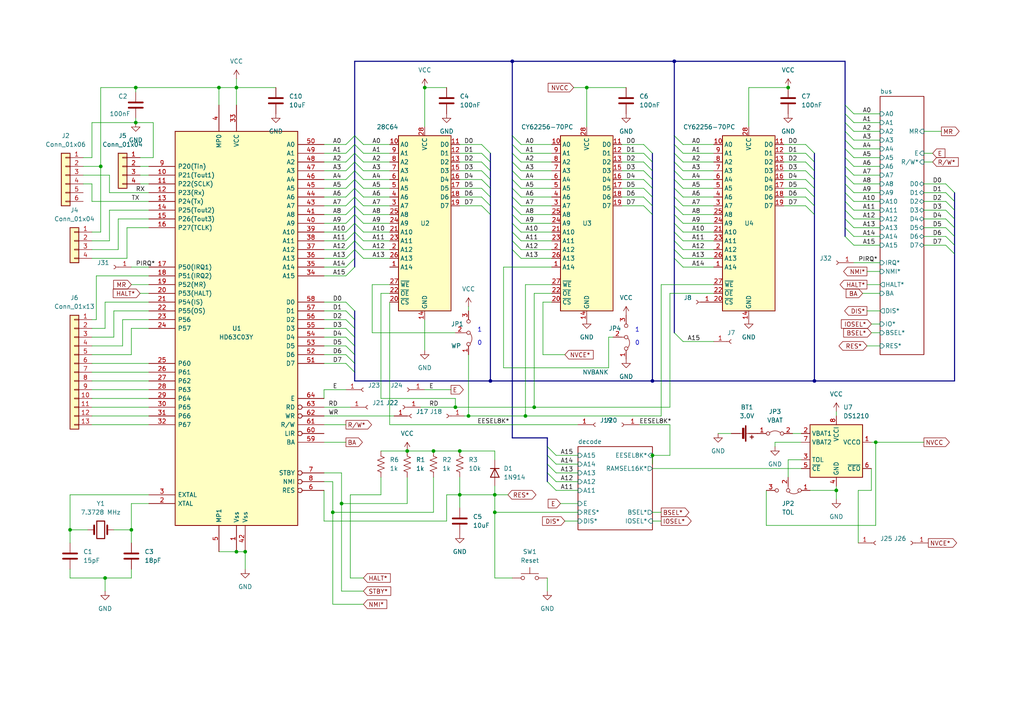
<source format=kicad_sch>
(kicad_sch (version 20211123) (generator eeschema)
  (paper "A4")
  (title_block (title "HD63C03Y minimal plus") (date "2023-04-19") (rev "1") (company "kw"))
  (lib_symbols
    (symbol "Connector:Conn_01x01_Female" (pin_names (offset 1.016) hide)
      (property "Reference" "J" (at 0 2.54 0))
      (property "Value" "Conn_01x01_Female" (at 0 -2.54 0))
      (symbol "Conn_01x01_Female_1_1"
        (pin passive line (at -5.08 0 0) (length 3.81) (name "Pin_1") (number "1"))
      )
    )
    (symbol "Connector_Generic:Conn_01x04" (pin_names (offset 1.016) hide)
      (property "Reference" "J" (at 0 5.08 0))
      (property "Value" "Conn_01x04" (at 0 -7.62 0))
      (symbol "Conn_01x04_1_1"
        (pin passive line (at -5.08 2.54 0) (length 3.81) (name "Pin_1") (number "1"))
        (pin passive line (at -5.08 0 0) (length 3.81) (name "Pin_2") (number "2"))
        (pin passive line (at -5.08 -2.54 0) (length 3.81) (name "Pin_3") (number "3"))
        (pin passive line (at -5.08 -5.08 0) (length 3.81) (name "Pin_4") (number "4"))
      )
    )
    (symbol "Connector_Generic:Conn_01x06" (pin_names (offset 1.016) hide)
      (property "Reference" "J" (at 0 7.62 0))
      (property "Value" "Conn_01x06" (at 0 -10.16 0))
      (symbol "Conn_01x06_1_1"
        (pin passive line (at -5.08 5.08 0) (length 3.81) (name "Pin_1") (number "1"))
        (pin passive line (at -5.08 2.54 0) (length 3.81) (name "Pin_2") (number "2"))
        (pin passive line (at -5.08 0 0) (length 3.81) (name "Pin_3") (number "3"))
        (pin passive line (at -5.08 -2.54 0) (length 3.81) (name "Pin_4") (number "4"))
        (pin passive line (at -5.08 -5.08 0) (length 3.81) (name "Pin_5") (number "5"))
        (pin passive line (at -5.08 -7.62 0) (length 3.81) (name "Pin_6") (number "6"))
      )
    )
    (symbol "Connector_Generic:Conn_01x13" (pin_names (offset 1.016) hide)
      (property "Reference" "J" (at 0 17.78 0))
      (property "Value" "Conn_01x13" (at 0 -17.78 0))
      (symbol "Conn_01x13_1_1"
        (pin passive line (at -5.08 15.24 0) (length 3.81) (name "Pin_1") (number "1"))
        (pin passive line (at -5.08 -7.62 0) (length 3.81) (name "Pin_10") (number "10"))
        (pin passive line (at -5.08 -10.16 0) (length 3.81) (name "Pin_11") (number "11"))
        (pin passive line (at -5.08 -12.7 0) (length 3.81) (name "Pin_12") (number "12"))
        (pin passive line (at -5.08 -15.24 0) (length 3.81) (name "Pin_13") (number "13"))
        (pin passive line (at -5.08 12.7 0) (length 3.81) (name "Pin_2") (number "2"))
        (pin passive line (at -5.08 10.16 0) (length 3.81) (name "Pin_3") (number "3"))
        (pin passive line (at -5.08 7.62 0) (length 3.81) (name "Pin_4") (number "4"))
        (pin passive line (at -5.08 5.08 0) (length 3.81) (name "Pin_5") (number "5"))
        (pin passive line (at -5.08 2.54 0) (length 3.81) (name "Pin_6") (number "6"))
        (pin passive line (at -5.08 0 0) (length 3.81) (name "Pin_7") (number "7"))
        (pin passive line (at -5.08 -2.54 0) (length 3.81) (name "Pin_8") (number "8"))
        (pin passive line (at -5.08 -5.08 0) (length 3.81) (name "Pin_9") (number "9"))
      )
    )
    (symbol "Device:Battery_Cell" (pin_numbers hide) (pin_names (offset 0) hide)
      (property "Reference" "BT" (at 2.54 2.54 0))
      (property "Value" "Battery_Cell" (at 2.54 0 0))
      (symbol "Battery_Cell_1_1"
        (pin passive line (at 0 5.08 270) (length 2.54) (name "+") (number "1"))
        (pin passive line (at 0 -2.54 90) (length 2.54) (name "-") (number "2"))
      )
    )
    (symbol "Device:C" (pin_numbers hide) (pin_names (offset 0.254))
      (property "Reference" "C" (at 0.635 2.54 0))
      (property "Value" "C" (at 0.635 -2.54 0))
      (symbol "C_1_1"
        (pin passive line (at 0 3.81 270) (length 2.794) (name "~") (number "1"))
        (pin passive line (at 0 -3.81 90) (length 2.794) (name "~") (number "2"))
      )
    )
    (symbol "Device:Crystal" (pin_numbers hide) (pin_names (offset 1.016) hide)
      (property "Reference" "Y" (at 0 3.81 0))
      (property "Value" "Crystal" (at 0 -3.81 0))
      (symbol "Crystal_1_1"
        (pin passive line (at -3.81 0 0) (length 1.27) (name "1") (number "1"))
        (pin passive line (at 3.81 0 180) (length 1.27) (name "2") (number "2"))
      )
    )
    (symbol "Device:R_US" (pin_numbers hide) (pin_names (offset 0))
      (property "Reference" "R" (at 2.54 0 90))
      (property "Value" "R_US" (at -2.54 0 90))
      (symbol "R_US_1_1"
        (pin passive line (at 0 3.81 270) (length 1.27) (name "~") (number "1"))
        (pin passive line (at 0 -3.81 90) (length 1.27) (name "~") (number "2"))
      )
    )
    (symbol "Diode:1N914" (pin_numbers hide) (pin_names (offset 1.016) hide)
      (property "Reference" "D" (at 0 2.54 0))
      (property "Value" "1N914" (at 0 -2.54 0))
      (symbol "1N914_1_1"
        (pin passive line (at -3.81 0 0) (length 2.54) (name "K") (number "1"))
        (pin passive line (at 3.81 0 180) (length 2.54) (name "A") (number "2"))
      )
    )
    (symbol "Jumper:Jumper_2_Bridged" (pin_names (offset 0) hide)
      (property "Reference" "JP" (at 0 1.905 0))
      (property "Value" "Jumper_2_Bridged" (at 0 -2.54 0))
      (symbol "Jumper_2_Bridged_1_1"
        (pin passive line (at -5.08 0 0) (length 2.54) (name "A") (number "1"))
        (pin passive line (at 5.08 0 180) (length 2.54) (name "B") (number "2"))
      )
    )
    (symbol "Jumper:Jumper_3_Bridged12" (pin_names (offset 0) hide)
      (property "Reference" "JP" (at -2.54 -2.54 0))
      (property "Value" "Jumper_3_Bridged12" (at 0 2.794 0))
      (symbol "Jumper_3_Bridged12_1_1"
        (pin passive line (at -6.35 0 0) (length 2.54) (name "A") (number "1"))
        (pin passive line (at 0 -3.81 90) (length 2.54) (name "C") (number "2"))
        (pin passive line (at 6.35 0 180) (length 2.54) (name "B") (number "3"))
      )
    )
    (symbol "Memory_EEPROM:28C256"
      (property "Reference" "U" (at -7.62 26.67 0))
      (property "Value" "28C256" (at 2.54 -26.67 0))
      (symbol "28C256_1_1"
        (pin input line (at -10.16 -12.7 0) (length 2.54) (name "A14") (number "1"))
        (pin input line (at -10.16 22.86 0) (length 2.54) (name "A0") (number "10"))
        (pin tri_state line (at 10.16 22.86 180) (length 2.54) (name "D0") (number "11"))
        (pin tri_state line (at 10.16 20.32 180) (length 2.54) (name "D1") (number "12"))
        (pin tri_state line (at 10.16 17.78 180) (length 2.54) (name "D2") (number "13"))
        (pin power_in line (at 0 -27.94 90) (length 2.54) (name "GND") (number "14"))
        (pin tri_state line (at 10.16 15.24 180) (length 2.54) (name "D3") (number "15"))
        (pin tri_state line (at 10.16 12.7 180) (length 2.54) (name "D4") (number "16"))
        (pin tri_state line (at 10.16 10.16 180) (length 2.54) (name "D5") (number "17"))
        (pin tri_state line (at 10.16 7.62 180) (length 2.54) (name "D6") (number "18"))
        (pin tri_state line (at 10.16 5.08 180) (length 2.54) (name "D7") (number "19"))
        (pin input line (at -10.16 -7.62 0) (length 2.54) (name "A12") (number "2"))
        (pin input line (at -10.16 -22.86 0) (length 2.54) (name "~{CS}") (number "20"))
        (pin input line (at -10.16 -2.54 0) (length 2.54) (name "A10") (number "21"))
        (pin input line (at -10.16 -20.32 0) (length 2.54) (name "~{OE}") (number "22"))
        (pin input line (at -10.16 -5.08 0) (length 2.54) (name "A11") (number "23"))
        (pin input line (at -10.16 0 0) (length 2.54) (name "A9") (number "24"))
        (pin input line (at -10.16 2.54 0) (length 2.54) (name "A8") (number "25"))
        (pin input line (at -10.16 -10.16 0) (length 2.54) (name "A13") (number "26"))
        (pin input line (at -10.16 -17.78 0) (length 2.54) (name "~{WE}") (number "27"))
        (pin power_in line (at 0 27.94 270) (length 2.54) (name "VCC") (number "28"))
        (pin input line (at -10.16 5.08 0) (length 2.54) (name "A7") (number "3"))
        (pin input line (at -10.16 7.62 0) (length 2.54) (name "A6") (number "4"))
        (pin input line (at -10.16 10.16 0) (length 2.54) (name "A5") (number "5"))
        (pin input line (at -10.16 12.7 0) (length 2.54) (name "A4") (number "6"))
        (pin input line (at -10.16 15.24 0) (length 2.54) (name "A3") (number "7"))
        (pin input line (at -10.16 17.78 0) (length 2.54) (name "A2") (number "8"))
        (pin input line (at -10.16 20.32 0) (length 2.54) (name "A1") (number "9"))
      )
    )
    (symbol "New_Library:HD63C03Y" (pin_names (offset 0.762))
      (property "Reference" "U" (at 0 2.54 0))
      (property "Value" "HD63C03Y" (at 0 -3.81 0))
      (symbol "HD63C03Y_1_1"
        (pin power_in line (at 0 -64.77 90) (length 7.62) (name "Vss") (number "1"))
        (pin bidirectional line (at -25.4 44.45 0) (length 7.62) (name "P21(Tout1)") (number "10"))
        (pin bidirectional line (at -25.4 41.91 0) (length 7.62) (name "P22(SCLK)") (number "11"))
        (pin bidirectional line (at -25.4 39.37 0) (length 7.62) (name "P23(Rx)") (number "12"))
        (pin bidirectional line (at -25.4 36.83 0) (length 7.62) (name "P24(Tx)") (number "13"))
        (pin bidirectional line (at -25.4 34.29 0) (length 7.62) (name "P25(Tout2)") (number "14"))
        (pin bidirectional line (at -25.4 31.75 0) (length 7.62) (name "P26(Tout3)") (number "15"))
        (pin bidirectional line (at -25.4 29.21 0) (length 7.62) (name "P27(TCLK)") (number "16"))
        (pin bidirectional line (at -25.4 17.78 0) (length 7.62) (name "P50(IRQ1)") (number "17"))
        (pin bidirectional line (at -25.4 15.24 0) (length 7.62) (name "P51(IRQ2)") (number "18"))
        (pin bidirectional line (at -25.4 12.7 0) (length 7.62) (name "P52(MR)") (number "19"))
        (pin bidirectional line (at -25.4 -50.8 0) (length 7.62) (name "XTAL") (number "2"))
        (pin bidirectional line (at -25.4 10.16 0) (length 7.62) (name "P53(HALT)") (number "20"))
        (pin bidirectional line (at -25.4 7.62 0) (length 7.62) (name "P54(IS)") (number "21"))
        (pin bidirectional line (at -25.4 5.08 0) (length 7.62) (name "P55(OS)") (number "22"))
        (pin bidirectional line (at -25.4 2.54 0) (length 7.62) (name "P56") (number "23"))
        (pin bidirectional line (at -25.4 0 0) (length 7.62) (name "P57") (number "24"))
        (pin bidirectional line (at -25.4 -10.16 0) (length 7.62) (name "P60") (number "25"))
        (pin bidirectional line (at -25.4 -12.7 0) (length 7.62) (name "P61") (number "26"))
        (pin bidirectional line (at -25.4 -15.24 0) (length 7.62) (name "P62") (number "27"))
        (pin bidirectional line (at -25.4 -17.78 0) (length 7.62) (name "P63") (number "28"))
        (pin bidirectional line (at -25.4 -20.32 0) (length 7.62) (name "P64") (number "29"))
        (pin bidirectional line (at -25.4 -48.26 0) (length 7.62) (name "EXTAL") (number "3"))
        (pin bidirectional line (at -25.4 -22.86 0) (length 7.62) (name "P65") (number "30"))
        (pin bidirectional line (at -25.4 -25.4 0) (length 7.62) (name "P66") (number "31"))
        (pin bidirectional line (at -25.4 -27.94 0) (length 7.62) (name "P67") (number "32"))
        (pin power_in line (at 0 64.77 270) (length 7.62) (name "VCC") (number "33"))
        (pin output line (at 25.4 15.24 180) (length 7.62) (name "A15") (number "34"))
        (pin output line (at 25.4 17.78 180) (length 7.62) (name "A14") (number "35"))
        (pin output line (at 25.4 20.32 180) (length 7.62) (name "A13") (number "36"))
        (pin output line (at 25.4 22.86 180) (length 7.62) (name "A12") (number "37"))
        (pin output line (at 25.4 25.4 180) (length 7.62) (name "A11") (number "38"))
        (pin output line (at 25.4 27.94 180) (length 7.62) (name "A10") (number "39"))
        (pin input line (at -5.08 64.77 270) (length 7.62) (name "MP0") (number "4"))
        (pin output line (at 25.4 30.48 180) (length 7.62) (name "A9") (number "40"))
        (pin output line (at 25.4 33.02 180) (length 7.62) (name "A8") (number "41"))
        (pin power_in line (at 2.54 -64.77 90) (length 7.62) (name "Vss") (number "42"))
        (pin output line (at 25.4 35.56 180) (length 7.62) (name "A7") (number "43"))
        (pin output line (at 25.4 38.1 180) (length 7.62) (name "A6") (number "44"))
        (pin output line (at 25.4 40.64 180) (length 7.62) (name "A5") (number "45"))
        (pin output line (at 25.4 43.18 180) (length 7.62) (name "A4") (number "46"))
        (pin output line (at 25.4 45.72 180) (length 7.62) (name "A3") (number "47"))
        (pin output line (at 25.4 48.26 180) (length 7.62) (name "A2") (number "48"))
        (pin output line (at 25.4 50.8 180) (length 7.62) (name "A1") (number "49"))
        (pin input line (at -5.08 -64.77 90) (length 7.62) (name "MP1") (number "5"))
        (pin output line (at 25.4 53.34 180) (length 7.62) (name "A0") (number "50"))
        (pin bidirectional line (at 25.4 -10.16 180) (length 7.62) (name "D7") (number "51"))
        (pin bidirectional line (at 25.4 -7.62 180) (length 7.62) (name "D6") (number "52"))
        (pin bidirectional line (at 25.4 -5.08 180) (length 7.62) (name "D5") (number "53"))
        (pin bidirectional line (at 25.4 -2.54 180) (length 7.62) (name "D4") (number "54"))
        (pin bidirectional line (at 25.4 0 180) (length 7.62) (name "D3") (number "55"))
        (pin bidirectional line (at 25.4 2.54 180) (length 7.62) (name "D2") (number "56"))
        (pin bidirectional line (at 25.4 5.08 180) (length 7.62) (name "D1") (number "57"))
        (pin bidirectional line (at 25.4 7.62 180) (length 7.62) (name "D0") (number "58"))
        (pin output line (at 25.4 -33.02 180) (length 7.62) (name "BA") (number "59"))
        (pin input inverted (at 25.4 -46.99 180) (length 7.62) (name "RES") (number "6"))
        (pin output inverted (at 25.4 -30.48 180) (length 7.62) (name "LIR") (number "60"))
        (pin output line (at 25.4 -27.94 180) (length 7.62) (name "R/W") (number "61"))
        (pin output inverted (at 25.4 -25.4 180) (length 7.62) (name "WR") (number "62"))
        (pin output inverted (at 25.4 -22.86 180) (length 7.62) (name "RD") (number "63"))
        (pin output line (at 25.4 -20.32 180) (length 7.62) (name "E") (number "64"))
        (pin input inverted (at 25.4 -41.91 180) (length 7.62) (name "STBY") (number "7"))
        (pin input inverted (at 25.4 -44.45 180) (length 7.62) (name "NMI") (number "8"))
        (pin bidirectional line (at -25.4 46.99 0) (length 7.62) (name "P20(Tin)") (number "9"))
      )
    )
    (symbol "Power_Management:DS1210"
      (property "Reference" "U" (at -7.62 8.89 0))
      (property "Value" "DS1210" (at 5.08 8.89 0))
      (symbol "DS1210_1_1"
        (pin power_out line (at 10.16 2.54 180) (length 2.54) (name "VCCO") (number "1"))
        (pin power_in line (at -10.16 5.08 0) (length 2.54) (name "VBAT1") (number "2"))
        (pin input line (at -10.16 -2.54 0) (length 2.54) (name "TOL") (number "3"))
        (pin power_in line (at 0 -10.16 90) (length 2.54) (name "GND") (number "4"))
        (pin input line (at -10.16 -5.08 0) (length 2.54) (name "~{CE}") (number "5"))
        (pin output line (at 10.16 -5.08 180) (length 2.54) (name "~{CEO}") (number "6"))
        (pin power_in line (at -10.16 2.54 0) (length 2.54) (name "VBAT2") (number "7"))
        (pin power_in line (at 0 10.16 270) (length 2.54) (name "VCCI") (number "8"))
      )
    )
    (symbol "Switch:SW_Push" (pin_numbers hide) (pin_names (offset 1.016) hide)
      (property "Reference" "SW" (at 1.27 2.54 0))
      (property "Value" "SW_Push" (at 0 -1.524 0))
      (symbol "SW_Push_0_1"
        (pin passive line (at -5.08 0 0) (length 2.54) (name "1") (number "1"))
        (pin passive line (at 5.08 0 180) (length 2.54) (name "2") (number "2"))
      )
    )
    (symbol "power:GND" (power) (pin_names (offset 0))
      (property "Value" "GND" (at 0 -3.81 0))
      (symbol "GND_1_1"
        (pin power_in line (at 0 0 270) (length 0) hide (name "GND") (number "1"))
      )
    )
    (symbol "power:VCC" (power) (pin_names (offset 0))
      (property "Value" "VCC" (at 0 3.81 0))
      (symbol "VCC_1_1"
        (pin power_in line (at 0 0 90) (length 0) hide (name "VCC") (number "1"))
      )
    )
  )
  (junction (at 30.48 167.64))
  (junction (at 189.23 110.49))
  (junction (at 142.24 110.49))
  (junction (at 152.4 120.65))
  (junction (at 133.35 143.51))
  (junction (at 38.1 153.67))
  (junction (at 20.32 153.67))
  (junction (at 71.12 160.02))
  (junction (at 236.22 110.49))
  (junction (at 96.52 148.59))
  (junction (at 170.18 25.4))
  (junction (at 29.21 48.26))
  (junction (at 68.58 160.02))
  (junction (at 143.51 148.59))
  (junction (at 99.06 146.05))
  (junction (at 242.57 142.24))
  (junction (at 68.58 25.4))
  (junction (at 63.5 25.4))
  (junction (at 132.08 118.11))
  (junction (at 143.51 143.51))
  (junction (at 254 128.27))
  (junction (at 228.6 25.4))
  (junction (at 189.23 132.08))
  (junction (at 118.11 130.81))
  (junction (at 39.37 35.56))
  (junction (at 123.19 25.4))
  (junction (at 135.89 120.65))
  (junction (at 39.37 25.4))
  (junction (at 125.73 130.81))
  (junction (at 195.58 17.78))
  (junction (at 148.59 17.78))
  (junction (at 154.94 118.11))
  (junction (at 133.35 130.81))
  (bus_entry (at 195.58 69.85) (size 2.54 2.54))
  (bus_entry (at 100.33 87.63) (size 2.54 2.54))
  (bus_entry (at 245.11 68.58) (size 2.54 2.54))
  (bus_entry (at 100.33 102.87) (size 2.54 2.54))
  (bus_entry (at 245.11 45.72) (size 2.54 2.54))
  (bus_entry (at 100.33 90.17) (size 2.54 2.54))
  (bus_entry (at 274.32 60.96) (size 2.54 2.54))
  (bus_entry (at 245.11 63.5) (size 2.54 2.54))
  (bus_entry (at 233.68 52.07) (size 2.54 2.54))
  (bus_entry (at 245.11 43.18) (size 2.54 2.54))
  (bus_entry (at 245.11 38.1) (size 2.54 2.54))
  (bus_entry (at 195.58 39.37) (size 2.54 2.54))
  (bus_entry (at 195.58 44.45) (size 2.54 2.54))
  (bus_entry (at 195.58 62.23) (size 2.54 2.54))
  (bus_entry (at 186.69 44.45) (size 2.54 2.54))
  (bus_entry (at 274.32 63.5) (size 2.54 2.54))
  (bus_entry (at 102.87 39.37) (size 2.54 2.54))
  (bus_entry (at 245.11 40.64) (size 2.54 2.54))
  (bus_entry (at 233.68 41.91) (size 2.54 2.54))
  (bus_entry (at 158.75 137.16) (size 2.54 2.54))
  (bus_entry (at 186.69 57.15) (size 2.54 2.54))
  (bus_entry (at 186.69 59.69) (size 2.54 2.54))
  (bus_entry (at 233.68 44.45) (size 2.54 2.54))
  (bus_entry (at 102.87 77.47) (size -2.54 2.54))
  (bus_entry (at 195.58 72.39) (size 2.54 2.54))
  (bus_entry (at 245.11 66.04) (size 2.54 2.54))
  (bus_entry (at 245.11 55.88) (size 2.54 2.54))
  (bus_entry (at 195.58 74.93) (size 2.54 2.54))
  (bus_entry (at 245.11 60.96) (size 2.54 2.54))
  (bus_entry (at 195.58 41.91) (size 2.54 2.54))
  (bus_entry (at 245.11 35.56) (size 2.54 2.54))
  (bus_entry (at 186.69 49.53) (size 2.54 2.54))
  (bus_entry (at 233.68 46.99) (size 2.54 2.54))
  (bus_entry (at 100.33 95.25) (size 2.54 2.54))
  (bus_entry (at 195.58 49.53) (size 2.54 2.54))
  (bus_entry (at 186.69 41.91) (size 2.54 2.54))
  (bus_entry (at 245.11 50.8) (size 2.54 2.54))
  (bus_entry (at 186.69 52.07) (size 2.54 2.54))
  (bus_entry (at 274.32 53.34) (size 2.54 2.54))
  (bus_entry (at 245.11 53.34) (size 2.54 2.54))
  (bus_entry (at 245.11 48.26) (size 2.54 2.54))
  (bus_entry (at 100.33 97.79) (size 2.54 2.54))
  (bus_entry (at 233.68 59.69) (size 2.54 2.54))
  (bus_entry (at 274.32 58.42) (size 2.54 2.54))
  (bus_entry (at 233.68 57.15) (size 2.54 2.54))
  (bus_entry (at 186.69 46.99) (size 2.54 2.54))
  (bus_entry (at 195.58 59.69) (size 2.54 2.54))
  (bus_entry (at 195.58 54.61) (size 2.54 2.54))
  (bus_entry (at 195.58 64.77) (size 2.54 2.54))
  (bus_entry (at 195.58 52.07) (size 2.54 2.54))
  (bus_entry (at 195.58 96.52) (size 2.54 2.54))
  (bus_entry (at 274.32 68.58) (size 2.54 2.54))
  (bus_entry (at 195.58 46.99) (size 2.54 2.54))
  (bus_entry (at 102.87 46.99) (size -2.54 2.54))
  (bus_entry (at 102.87 49.53) (size -2.54 2.54))
  (bus_entry (at 102.87 52.07) (size -2.54 2.54))
  (bus_entry (at 102.87 54.61) (size -2.54 2.54))
  (bus_entry (at 102.87 44.45) (size -2.54 2.54))
  (bus_entry (at 102.87 39.37) (size -2.54 2.54))
  (bus_entry (at 102.87 41.91) (size -2.54 2.54))
  (bus_entry (at 102.87 44.45) (size 2.54 2.54))
  (bus_entry (at 102.87 41.91) (size 2.54 2.54))
  (bus_entry (at 102.87 46.99) (size 2.54 2.54))
  (bus_entry (at 102.87 49.53) (size 2.54 2.54))
  (bus_entry (at 102.87 52.07) (size 2.54 2.54))
  (bus_entry (at 102.87 54.61) (size 2.54 2.54))
  (bus_entry (at 102.87 57.15) (size 2.54 2.54))
  (bus_entry (at 102.87 74.93) (size -2.54 2.54))
  (bus_entry (at 102.87 72.39) (size -2.54 2.54))
  (bus_entry (at 102.87 62.23) (size -2.54 2.54))
  (bus_entry (at 102.87 67.31) (size -2.54 2.54))
  (bus_entry (at 102.87 64.77) (size -2.54 2.54))
  (bus_entry (at 102.87 69.85) (size -2.54 2.54))
  (bus_entry (at 102.87 57.15) (size -2.54 2.54))
  (bus_entry (at 102.87 59.69) (size -2.54 2.54))
  (bus_entry (at 100.33 100.33) (size 2.54 2.54))
  (bus_entry (at 245.11 30.48) (size 2.54 2.54))
  (bus_entry (at 274.32 55.88) (size 2.54 2.54))
  (bus_entry (at 274.32 66.04) (size 2.54 2.54))
  (bus_entry (at 100.33 92.71) (size 2.54 2.54))
  (bus_entry (at 186.69 54.61) (size 2.54 2.54))
  (bus_entry (at 195.58 57.15) (size 2.54 2.54))
  (bus_entry (at 195.58 67.31) (size 2.54 2.54))
  (bus_entry (at 100.33 105.41) (size 2.54 2.54))
  (bus_entry (at 139.7 54.61) (size 2.54 2.54))
  (bus_entry (at 139.7 57.15) (size 2.54 2.54))
  (bus_entry (at 139.7 59.69) (size 2.54 2.54))
  (bus_entry (at 139.7 41.91) (size 2.54 2.54))
  (bus_entry (at 139.7 46.99) (size 2.54 2.54))
  (bus_entry (at 139.7 49.53) (size 2.54 2.54))
  (bus_entry (at 139.7 52.07) (size 2.54 2.54))
  (bus_entry (at 139.7 44.45) (size 2.54 2.54))
  (bus_entry (at 233.68 49.53) (size 2.54 2.54))
  (bus_entry (at 102.87 67.31) (size 2.54 2.54))
  (bus_entry (at 102.87 69.85) (size 2.54 2.54))
  (bus_entry (at 102.87 72.39) (size 2.54 2.54))
  (bus_entry (at 148.59 59.69) (size 2.54 2.54))
  (bus_entry (at 148.59 62.23) (size 2.54 2.54))
  (bus_entry (at 148.59 67.31) (size 2.54 2.54))
  (bus_entry (at 148.59 69.85) (size 2.54 2.54))
  (bus_entry (at 148.59 64.77) (size 2.54 2.54))
  (bus_entry (at 148.59 72.39) (size 2.54 2.54))
  (bus_entry (at 102.87 64.77) (size 2.54 2.54))
  (bus_entry (at 102.87 59.69) (size 2.54 2.54))
  (bus_entry (at 102.87 62.23) (size 2.54 2.54))
  (bus_entry (at 148.59 44.45) (size 2.54 2.54))
  (bus_entry (at 148.59 46.99) (size 2.54 2.54))
  (bus_entry (at 148.59 54.61) (size 2.54 2.54))
  (bus_entry (at 148.59 49.53) (size 2.54 2.54))
  (bus_entry (at 148.59 52.07) (size 2.54 2.54))
  (bus_entry (at 148.59 57.15) (size 2.54 2.54))
  (bus_entry (at 148.59 39.37) (size 2.54 2.54))
  (bus_entry (at 148.59 41.91) (size 2.54 2.54))
  (bus_entry (at 245.11 33.02) (size 2.54 2.54))
  (bus_entry (at 158.75 139.7) (size 2.54 2.54))
  (bus_entry (at 158.75 132.08) (size 2.54 2.54))
  (bus_entry (at 158.75 129.54) (size 2.54 2.54))
  (bus_entry (at 158.75 134.62) (size 2.54 2.54))
  (bus_entry (at 245.11 58.42) (size 2.54 2.54))
  (bus_entry (at 274.32 71.12) (size 2.54 2.54))
  (bus_entry (at 233.68 54.61) (size 2.54 2.54))
  (bus (pts (xy 142.24 52.07) (xy 142.24 54.61)))
  (wire (pts (xy 125.73 130.81) (xy 133.35 130.81)))
  (bus (pts (xy 245.11 48.26) (xy 245.11 50.8)))
  (bus (pts (xy 276.86 63.5) (xy 276.86 66.04)))
  (wire (pts (xy 26.67 100.33) (xy 35.56 100.33)))
  (bus (pts (xy 142.24 59.69) (xy 142.24 62.23)))
  (wire (pts (xy 247.65 48.26) (xy 255.27 48.26)))
  (wire (pts (xy 26.67 123.19) (xy 43.18 123.19)))
  (bus (pts (xy 245.11 38.1) (xy 245.11 40.64)))
  (wire (pts (xy 27.94 92.71) (xy 27.94 80.01)))
  (bus (pts (xy 148.59 44.45) (xy 148.59 46.99)))
  (wire (pts (xy 38.1 82.55) (xy 43.18 82.55)))
  (bus (pts (xy 102.87 17.78) (xy 102.87 39.37)))
  (bus (pts (xy 158.75 127) (xy 148.59 127)))
  (bus (pts (xy 142.24 54.61) (xy 142.24 57.15)))
  (wire (pts (xy 93.98 90.17) (xy 100.33 90.17)))
  (wire (pts (xy 105.41 67.31) (xy 113.03 67.31)))
  (wire (pts (xy 107.95 96.52) (xy 107.95 82.55)))
  (bus (pts (xy 148.59 72.39) (xy 148.59 127)))
  (wire (pts (xy 39.37 25.4) (xy 63.5 25.4)))
  (wire (pts (xy 151.13 54.61) (xy 160.02 54.61)))
  (wire (pts (xy 93.98 64.77) (xy 100.33 64.77)))
  (wire (pts (xy 105.41 167.64) (xy 101.6 167.64)))
  (bus (pts (xy 195.58 57.15) (xy 195.58 59.69)))
  (wire (pts (xy 20.32 165.1) (xy 20.32 167.64)))
  (bus (pts (xy 189.23 110.49) (xy 236.22 110.49)))
  (wire (pts (xy 151.13 67.31) (xy 160.02 67.31)))
  (bus (pts (xy 148.59 57.15) (xy 148.59 59.69)))
  (wire (pts (xy 63.5 25.4) (xy 68.58 25.4)))
  (bus (pts (xy 102.87 105.41) (xy 102.87 107.95)))
  (wire (pts (xy 151.13 64.77) (xy 160.02 64.77)))
  (wire (pts (xy 227.33 44.45) (xy 233.68 44.45)))
  (bus (pts (xy 102.87 59.69) (xy 102.87 57.15)))
  (wire (pts (xy 198.12 64.77) (xy 207.01 64.77)))
  (bus (pts (xy 102.87 74.93) (xy 102.87 72.39)))
  (bus (pts (xy 102.87 54.61) (xy 102.87 52.07)))
  (bus (pts (xy 276.86 66.04) (xy 276.86 68.58)))
  (wire (pts (xy 133.35 57.15) (xy 139.7 57.15)))
  (wire (pts (xy 180.34 41.91) (xy 186.69 41.91)))
  (wire (pts (xy 26.67 58.42) (xy 43.18 58.42)))
  (wire (pts (xy 135.89 102.87) (xy 135.89 120.65)))
  (wire (pts (xy 105.41 171.45) (xy 99.06 171.45)))
  (wire (pts (xy 125.73 138.43) (xy 125.73 148.59)))
  (bus (pts (xy 236.22 52.07) (xy 236.22 54.61)))
  (wire (pts (xy 26.67 74.93) (xy 36.83 74.93)))
  (bus (pts (xy 195.58 49.53) (xy 195.58 52.07)))
  (bus (pts (xy 158.75 134.62) (xy 158.75 137.16)))
  (wire (pts (xy 133.35 138.43) (xy 133.35 143.51)))
  (wire (pts (xy 229.87 125.73) (xy 232.41 125.73)))
  (bus (pts (xy 102.87 67.31) (xy 102.87 64.77)))
  (bus (pts (xy 158.75 129.54) (xy 158.75 127)))
  (wire (pts (xy 151.13 72.39) (xy 160.02 72.39)))
  (wire (pts (xy 132.08 115.57) (xy 132.08 118.11)))
  (wire (pts (xy 154.94 85.09) (xy 154.94 118.11)))
  (wire (pts (xy 267.97 53.34) (xy 274.32 53.34)))
  (wire (pts (xy 228.6 133.35) (xy 232.41 133.35)))
  (bus (pts (xy 189.23 46.99) (xy 189.23 49.53)))
  (wire (pts (xy 247.65 76.2) (xy 255.27 76.2)))
  (bus (pts (xy 276.86 73.66) (xy 276.86 110.49)))
  (wire (pts (xy 227.33 41.91) (xy 233.68 41.91)))
  (wire (pts (xy 227.33 52.07) (xy 233.68 52.07)))
  (wire (pts (xy 93.98 87.63) (xy 100.33 87.63)))
  (wire (pts (xy 96.52 148.59) (xy 125.73 148.59)))
  (wire (pts (xy 247.65 66.04) (xy 255.27 66.04)))
  (wire (pts (xy 212.09 125.73) (xy 208.28 125.73)))
  (wire (pts (xy 31.75 55.88) (xy 43.18 55.88)))
  (wire (pts (xy 29.21 48.26) (xy 29.21 67.31)))
  (wire (pts (xy 107.95 82.55) (xy 113.03 82.55)))
  (wire (pts (xy 180.34 54.61) (xy 186.69 54.61)))
  (bus (pts (xy 102.87 46.99) (xy 102.87 44.45)))
  (wire (pts (xy 34.29 63.5) (xy 43.18 63.5)))
  (wire (pts (xy 26.67 67.31) (xy 29.21 67.31)))
  (wire (pts (xy 161.29 142.24) (xy 167.64 142.24)))
  (wire (pts (xy 93.98 105.41) (xy 100.33 105.41)))
  (bus (pts (xy 276.86 55.88) (xy 276.86 58.42)))
  (wire (pts (xy 227.33 49.53) (xy 233.68 49.53)))
  (wire (pts (xy 267.97 60.96) (xy 274.32 60.96)))
  (bus (pts (xy 148.59 67.31) (xy 148.59 69.85)))
  (bus (pts (xy 102.87 62.23) (xy 102.87 59.69)))
  (wire (pts (xy 24.13 48.26) (xy 29.21 48.26)))
  (wire (pts (xy 118.11 146.05) (xy 118.11 138.43)))
  (wire (pts (xy 247.65 38.1) (xy 255.27 38.1)))
  (wire (pts (xy 185.42 123.19) (xy 194.31 123.19)))
  (bus (pts (xy 148.59 41.91) (xy 148.59 44.45)))
  (wire (pts (xy 247.65 60.96) (xy 255.27 60.96)))
  (wire (pts (xy 93.98 92.71) (xy 100.33 92.71)))
  (wire (pts (xy 110.49 143.51) (xy 110.49 138.43)))
  (wire (pts (xy 248.92 157.48) (xy 248.92 142.24)))
  (bus (pts (xy 195.58 46.99) (xy 195.58 49.53)))
  (wire (pts (xy 26.67 35.56) (xy 26.67 45.72)))
  (bus (pts (xy 102.87 100.33) (xy 102.87 102.87)))
  (wire (pts (xy 234.95 142.24) (xy 242.57 142.24)))
  (wire (pts (xy 222.25 142.24) (xy 222.25 152.4)))
  (wire (pts (xy 133.35 143.51) (xy 133.35 147.32)))
  (bus (pts (xy 148.59 17.78) (xy 195.58 17.78)))
  (bus (pts (xy 245.11 30.48) (xy 245.11 17.78)))
  (wire (pts (xy 146.05 106.68) (xy 176.53 106.68)))
  (wire (pts (xy 30.48 167.64) (xy 38.1 167.64)))
  (wire (pts (xy 38.1 153.67) (xy 38.1 157.48)))
  (wire (pts (xy 101.6 143.51) (xy 110.49 143.51)))
  (wire (pts (xy 227.33 46.99) (xy 233.68 46.99)))
  (wire (pts (xy 110.49 115.57) (xy 132.08 115.57)))
  (wire (pts (xy 267.97 58.42) (xy 274.32 58.42)))
  (wire (pts (xy 93.98 72.39) (xy 100.33 72.39)))
  (wire (pts (xy 198.12 67.31) (xy 207.01 67.31)))
  (wire (pts (xy 160.02 82.55) (xy 152.4 82.55)))
  (bus (pts (xy 276.86 60.96) (xy 276.86 63.5)))
  (bus (pts (xy 245.11 30.48) (xy 245.11 33.02)))
  (bus (pts (xy 102.87 90.17) (xy 102.87 92.71)))
  (bus (pts (xy 245.11 33.02) (xy 245.11 35.56)))
  (bus (pts (xy 158.75 132.08) (xy 158.75 134.62)))
  (wire (pts (xy 105.41 57.15) (xy 113.03 57.15)))
  (wire (pts (xy 26.67 110.49) (xy 43.18 110.49)))
  (wire (pts (xy 26.67 92.71) (xy 27.94 92.71)))
  (wire (pts (xy 180.34 44.45) (xy 186.69 44.45)))
  (wire (pts (xy 38.1 146.05) (xy 38.1 153.67)))
  (wire (pts (xy 198.12 52.07) (xy 207.01 52.07)))
  (wire (pts (xy 44.45 45.72) (xy 44.45 35.56)))
  (wire (pts (xy 96.52 139.7) (xy 96.52 148.59)))
  (wire (pts (xy 43.18 143.51) (xy 20.32 143.51)))
  (wire (pts (xy 146.05 77.47) (xy 146.05 106.68)))
  (wire (pts (xy 31.75 60.96) (xy 43.18 60.96)))
  (wire (pts (xy 38.1 95.25) (xy 38.1 102.87)))
  (bus (pts (xy 102.87 110.49) (xy 142.24 110.49)))
  (wire (pts (xy 36.83 66.04) (xy 43.18 66.04)))
  (wire (pts (xy 161.29 137.16) (xy 167.64 137.16)))
  (bus (pts (xy 236.22 46.99) (xy 236.22 49.53)))
  (wire (pts (xy 143.51 167.64) (xy 143.51 148.59)))
  (bus (pts (xy 245.11 63.5) (xy 245.11 66.04)))
  (bus (pts (xy 236.22 44.45) (xy 236.22 46.99)))
  (wire (pts (xy 93.98 97.79) (xy 100.33 97.79)))
  (wire (pts (xy 135.89 90.17) (xy 135.89 88.9)))
  (wire (pts (xy 250.19 85.09) (xy 255.27 85.09)))
  (bus (pts (xy 245.11 55.88) (xy 245.11 58.42)))
  (bus (pts (xy 102.87 41.91) (xy 102.87 39.37)))
  (wire (pts (xy 105.41 74.93) (xy 113.03 74.93)))
  (wire (pts (xy 99.06 137.16) (xy 99.06 146.05)))
  (wire (pts (xy 30.48 95.25) (xy 30.48 87.63)))
  (wire (pts (xy 191.77 82.55) (xy 191.77 120.65)))
  (bus (pts (xy 236.22 49.53) (xy 236.22 52.07)))
  (wire (pts (xy 35.56 92.71) (xy 43.18 92.71)))
  (bus (pts (xy 236.22 57.15) (xy 236.22 59.69)))
  (wire (pts (xy 189.23 148.59) (xy 191.77 148.59)))
  (wire (pts (xy 133.35 143.51) (xy 143.51 143.51)))
  (wire (pts (xy 251.46 82.55) (xy 255.27 82.55)))
  (wire (pts (xy 217.17 25.4) (xy 228.6 25.4)))
  (wire (pts (xy 133.35 59.69) (xy 139.7 59.69)))
  (wire (pts (xy 31.75 69.85) (xy 31.75 60.96)))
  (wire (pts (xy 154.94 118.11) (xy 194.31 118.11)))
  (wire (pts (xy 100.33 128.27) (xy 93.98 128.27)))
  (wire (pts (xy 105.41 52.07) (xy 113.03 52.07)))
  (wire (pts (xy 189.23 151.13) (xy 191.77 151.13)))
  (wire (pts (xy 105.41 46.99) (xy 113.03 46.99)))
  (wire (pts (xy 163.83 151.13) (xy 167.64 151.13)))
  (wire (pts (xy 33.02 153.67) (xy 38.1 153.67)))
  (bus (pts (xy 276.86 71.12) (xy 276.86 73.66)))
  (wire (pts (xy 191.77 82.55) (xy 207.01 82.55)))
  (wire (pts (xy 133.35 49.53) (xy 139.7 49.53)))
  (bus (pts (xy 102.87 92.71) (xy 102.87 95.25)))
  (bus (pts (xy 236.22 62.23) (xy 236.22 110.49)))
  (wire (pts (xy 68.58 25.4) (xy 80.01 25.4)))
  (wire (pts (xy 251.46 90.17) (xy 255.27 90.17)))
  (wire (pts (xy 113.03 87.63) (xy 113.03 123.19)))
  (wire (pts (xy 198.12 74.93) (xy 207.01 74.93)))
  (bus (pts (xy 245.11 66.04) (xy 245.11 68.58)))
  (wire (pts (xy 38.1 77.47) (xy 43.18 77.47)))
  (bus (pts (xy 195.58 69.85) (xy 195.58 72.39)))
  (wire (pts (xy 40.64 48.26) (xy 43.18 48.26)))
  (wire (pts (xy 99.06 146.05) (xy 118.11 146.05)))
  (wire (pts (xy 96.52 175.26) (xy 105.41 175.26)))
  (wire (pts (xy 151.13 59.69) (xy 160.02 59.69)))
  (wire (pts (xy 198.12 54.61) (xy 207.01 54.61)))
  (wire (pts (xy 20.32 143.51) (xy 20.32 153.67)))
  (bus (pts (xy 148.59 59.69) (xy 148.59 62.23)))
  (wire (pts (xy 93.98 49.53) (xy 100.33 49.53)))
  (bus (pts (xy 245.11 40.64) (xy 245.11 43.18)))
  (wire (pts (xy 68.58 160.02) (xy 71.12 160.02)))
  (bus (pts (xy 142.24 46.99) (xy 142.24 49.53)))
  (wire (pts (xy 132.08 118.11) (xy 154.94 118.11)))
  (wire (pts (xy 130.81 113.03) (xy 123.19 113.03)))
  (wire (pts (xy 227.33 57.15) (xy 233.68 57.15)))
  (wire (pts (xy 133.35 44.45) (xy 139.7 44.45)))
  (bus (pts (xy 102.87 49.53) (xy 102.87 46.99)))
  (wire (pts (xy 157.48 87.63) (xy 160.02 87.63)))
  (wire (pts (xy 198.12 99.06) (xy 207.01 99.06)))
  (wire (pts (xy 180.34 46.99) (xy 186.69 46.99)))
  (wire (pts (xy 162.56 146.05) (xy 167.64 146.05)))
  (bus (pts (xy 142.24 49.53) (xy 142.24 52.07)))
  (bus (pts (xy 245.11 43.18) (xy 245.11 45.72)))
  (wire (pts (xy 93.98 52.07) (xy 100.33 52.07)))
  (wire (pts (xy 227.33 54.61) (xy 233.68 54.61)))
  (wire (pts (xy 135.89 120.65) (xy 152.4 120.65)))
  (wire (pts (xy 146.05 77.47) (xy 160.02 77.47)))
  (wire (pts (xy 254 128.27) (xy 252.73 128.27)))
  (wire (pts (xy 194.31 85.09) (xy 207.01 85.09)))
  (bus (pts (xy 148.59 49.53) (xy 148.59 52.07)))
  (bus (pts (xy 148.59 69.85) (xy 148.59 72.39)))
  (wire (pts (xy 93.98 62.23) (xy 100.33 62.23)))
  (wire (pts (xy 26.67 113.03) (xy 43.18 113.03)))
  (wire (pts (xy 143.51 133.35) (xy 143.51 130.81)))
  (wire (pts (xy 267.97 71.12) (xy 274.32 71.12)))
  (wire (pts (xy 30.48 87.63) (xy 43.18 87.63)))
  (wire (pts (xy 39.37 25.4) (xy 39.37 26.67)))
  (bus (pts (xy 102.87 102.87) (xy 102.87 105.41)))
  (wire (pts (xy 38.1 146.05) (xy 43.18 146.05)))
  (wire (pts (xy 31.75 50.8) (xy 24.13 50.8)))
  (wire (pts (xy 252.73 96.52) (xy 255.27 96.52)))
  (bus (pts (xy 245.11 58.42) (xy 245.11 60.96)))
  (wire (pts (xy 267.97 44.45) (xy 270.51 44.45)))
  (bus (pts (xy 195.58 17.78) (xy 195.58 39.37)))
  (bus (pts (xy 102.87 97.79) (xy 102.87 100.33)))
  (wire (pts (xy 222.25 152.4) (xy 254 152.4)))
  (wire (pts (xy 26.67 58.42) (xy 26.67 53.34)))
  (wire (pts (xy 68.58 25.4) (xy 68.58 30.48)))
  (wire (pts (xy 93.98 54.61) (xy 100.33 54.61)))
  (wire (pts (xy 198.12 69.85) (xy 207.01 69.85)))
  (bus (pts (xy 102.87 107.95) (xy 102.87 110.49)))
  (wire (pts (xy 101.6 167.64) (xy 101.6 143.51)))
  (wire (pts (xy 247.65 35.56) (xy 255.27 35.56)))
  (wire (pts (xy 105.41 62.23) (xy 113.03 62.23)))
  (wire (pts (xy 27.94 80.01) (xy 43.18 80.01)))
  (wire (pts (xy 93.98 142.24) (xy 93.98 151.13)))
  (wire (pts (xy 133.35 41.91) (xy 139.7 41.91)))
  (wire (pts (xy 151.13 52.07) (xy 160.02 52.07)))
  (wire (pts (xy 189.23 132.08) (xy 194.31 132.08)))
  (wire (pts (xy 40.64 50.8) (xy 43.18 50.8)))
  (bus (pts (xy 102.87 17.78) (xy 148.59 17.78)))
  (wire (pts (xy 26.67 69.85) (xy 31.75 69.85)))
  (bus (pts (xy 245.11 60.96) (xy 245.11 63.5)))
  (wire (pts (xy 189.23 132.08) (xy 189.23 134.62)))
  (bus (pts (xy 142.24 110.49) (xy 189.23 110.49)))
  (bus (pts (xy 236.22 110.49) (xy 276.86 110.49)))
  (wire (pts (xy 118.11 130.81) (xy 125.73 130.81)))
  (wire (pts (xy 247.65 58.42) (xy 255.27 58.42)))
  (wire (pts (xy 43.18 90.17) (xy 33.02 90.17)))
  (bus (pts (xy 189.23 54.61) (xy 189.23 57.15)))
  (wire (pts (xy 93.98 95.25) (xy 100.33 95.25)))
  (bus (pts (xy 148.59 39.37) (xy 148.59 41.91)))
  (wire (pts (xy 31.75 55.88) (xy 31.75 50.8)))
  (wire (pts (xy 254 128.27) (xy 254 152.4)))
  (wire (pts (xy 35.56 100.33) (xy 35.56 92.71)))
  (wire (pts (xy 20.32 153.67) (xy 25.4 153.67)))
  (bus (pts (xy 189.23 49.53) (xy 189.23 52.07)))
  (wire (pts (xy 180.34 52.07) (xy 186.69 52.07)))
  (wire (pts (xy 251.46 100.33) (xy 255.27 100.33)))
  (wire (pts (xy 267.97 66.04) (xy 274.32 66.04)))
  (bus (pts (xy 189.23 110.49) (xy 189.23 62.23)))
  (wire (pts (xy 160.02 85.09) (xy 154.94 85.09)))
  (wire (pts (xy 247.65 43.18) (xy 255.27 43.18)))
  (wire (pts (xy 161.29 132.08) (xy 167.64 132.08)))
  (wire (pts (xy 26.67 118.11) (xy 43.18 118.11)))
  (wire (pts (xy 40.64 45.72) (xy 44.45 45.72)))
  (wire (pts (xy 148.59 167.64) (xy 143.51 167.64)))
  (wire (pts (xy 170.18 25.4) (xy 181.61 25.4)))
  (wire (pts (xy 20.32 153.67) (xy 20.32 157.48)))
  (bus (pts (xy 158.75 129.54) (xy 158.75 132.08)))
  (bus (pts (xy 102.87 69.85) (xy 102.87 67.31)))
  (wire (pts (xy 133.35 52.07) (xy 139.7 52.07)))
  (wire (pts (xy 26.67 35.56) (xy 39.37 35.56)))
  (wire (pts (xy 114.3 120.65) (xy 93.98 120.65)))
  (wire (pts (xy 38.1 167.64) (xy 38.1 165.1)))
  (wire (pts (xy 157.48 102.87) (xy 163.83 102.87)))
  (bus (pts (xy 189.23 59.69) (xy 189.23 62.23)))
  (bus (pts (xy 195.58 52.07) (xy 195.58 54.61)))
  (wire (pts (xy 151.13 44.45) (xy 160.02 44.45)))
  (wire (pts (xy 129.54 151.13) (xy 129.54 143.51)))
  (wire (pts (xy 29.21 25.4) (xy 29.21 48.26)))
  (wire (pts (xy 176.53 106.68) (xy 176.53 97.79)))
  (bus (pts (xy 236.22 59.69) (xy 236.22 62.23)))
  (wire (pts (xy 247.65 33.02) (xy 255.27 33.02)))
  (wire (pts (xy 267.97 46.99) (xy 270.51 46.99)))
  (wire (pts (xy 158.75 171.45) (xy 158.75 167.64)))
  (wire (pts (xy 267.97 128.27) (xy 254 128.27)))
  (wire (pts (xy 105.41 54.61) (xy 113.03 54.61)))
  (wire (pts (xy 252.73 93.98) (xy 255.27 93.98)))
  (wire (pts (xy 180.34 59.69) (xy 186.69 59.69)))
  (wire (pts (xy 217.17 36.83) (xy 217.17 25.4)))
  (bus (pts (xy 245.11 45.72) (xy 245.11 48.26)))
  (bus (pts (xy 148.59 54.61) (xy 148.59 57.15)))
  (wire (pts (xy 170.18 25.4) (xy 170.18 36.83)))
  (wire (pts (xy 180.34 49.53) (xy 186.69 49.53)))
  (bus (pts (xy 102.87 52.07) (xy 102.87 49.53)))
  (wire (pts (xy 227.33 59.69) (xy 233.68 59.69)))
  (wire (pts (xy 20.32 167.64) (xy 30.48 167.64)))
  (wire (pts (xy 93.98 59.69) (xy 100.33 59.69)))
  (bus (pts (xy 142.24 44.45) (xy 142.24 46.99)))
  (wire (pts (xy 26.67 115.57) (xy 43.18 115.57)))
  (bus (pts (xy 148.59 62.23) (xy 148.59 64.77)))
  (bus (pts (xy 102.87 64.77) (xy 102.87 62.23)))
  (wire (pts (xy 26.67 107.95) (xy 43.18 107.95)))
  (wire (pts (xy 189.23 135.89) (xy 232.41 135.89)))
  (wire (pts (xy 110.49 130.81) (xy 118.11 130.81)))
  (wire (pts (xy 93.98 67.31) (xy 100.33 67.31)))
  (bus (pts (xy 102.87 44.45) (xy 102.87 41.91)))
  (wire (pts (xy 36.83 74.93) (xy 36.83 66.04)))
  (wire (pts (xy 267.97 63.5) (xy 274.32 63.5)))
  (wire (pts (xy 247.65 55.88) (xy 255.27 55.88)))
  (bus (pts (xy 195.58 67.31) (xy 195.58 69.85)))
  (wire (pts (xy 176.53 97.79) (xy 177.8 97.79)))
  (bus (pts (xy 245.11 53.34) (xy 245.11 55.88)))
  (bus (pts (xy 195.58 41.91) (xy 195.58 44.45)))
  (bus (pts (xy 102.87 57.15) (xy 102.87 54.61)))
  (wire (pts (xy 242.57 140.97) (xy 242.57 142.24)))
  (wire (pts (xy 143.51 143.51) (xy 143.51 148.59)))
  (wire (pts (xy 267.97 38.1) (xy 273.05 38.1)))
  (bus (pts (xy 148.59 17.78) (xy 148.59 39.37)))
  (wire (pts (xy 93.98 46.99) (xy 100.33 46.99)))
  (wire (pts (xy 242.57 142.24) (xy 242.57 144.78)))
  (bus (pts (xy 148.59 52.07) (xy 148.59 54.61)))
  (wire (pts (xy 93.98 151.13) (xy 129.54 151.13)))
  (wire (pts (xy 96.52 148.59) (xy 96.52 175.26)))
  (wire (pts (xy 180.34 57.15) (xy 186.69 57.15)))
  (wire (pts (xy 242.57 120.65) (xy 242.57 119.38)))
  (wire (pts (xy 247.65 50.8) (xy 255.27 50.8)))
  (wire (pts (xy 63.5 160.02) (xy 68.58 160.02)))
  (bus (pts (xy 195.58 72.39) (xy 195.58 74.93)))
  (wire (pts (xy 93.98 102.87) (xy 100.33 102.87)))
  (wire (pts (xy 26.67 95.25) (xy 30.48 95.25)))
  (wire (pts (xy 143.51 130.81) (xy 133.35 130.81)))
  (wire (pts (xy 33.02 90.17) (xy 33.02 97.79)))
  (wire (pts (xy 248.92 142.24) (xy 252.73 142.24)))
  (wire (pts (xy 93.98 41.91) (xy 100.33 41.91)))
  (wire (pts (xy 93.98 80.01) (xy 100.33 80.01)))
  (wire (pts (xy 105.41 72.39) (xy 113.03 72.39)))
  (wire (pts (xy 26.67 102.87) (xy 38.1 102.87)))
  (wire (pts (xy 93.98 113.03) (xy 100.33 113.03)))
  (wire (pts (xy 71.12 160.02) (xy 71.12 165.1)))
  (wire (pts (xy 247.65 63.5) (xy 255.27 63.5)))
  (wire (pts (xy 93.98 137.16) (xy 99.06 137.16)))
  (wire (pts (xy 198.12 62.23) (xy 207.01 62.23)))
  (wire (pts (xy 198.12 46.99) (xy 207.01 46.99)))
  (bus (pts (xy 195.58 59.69) (xy 195.58 62.23)))
  (wire (pts (xy 151.13 57.15) (xy 160.02 57.15)))
  (wire (pts (xy 157.48 102.87) (xy 157.48 87.63)))
  (wire (pts (xy 152.4 82.55) (xy 152.4 120.65)))
  (wire (pts (xy 151.13 46.99) (xy 160.02 46.99)))
  (wire (pts (xy 105.41 69.85) (xy 113.03 69.85)))
  (wire (pts (xy 29.21 25.4) (xy 39.37 25.4)))
  (wire (pts (xy 151.13 41.91) (xy 160.02 41.91)))
  (wire (pts (xy 166.37 25.4) (xy 170.18 25.4)))
  (wire (pts (xy 152.4 120.65) (xy 191.77 120.65)))
  (bus (pts (xy 195.58 54.61) (xy 195.58 57.15)))
  (wire (pts (xy 143.51 143.51) (xy 143.51 140.97)))
  (wire (pts (xy 26.67 105.41) (xy 43.18 105.41)))
  (bus (pts (xy 195.58 64.77) (xy 195.58 67.31)))
  (bus (pts (xy 142.24 57.15) (xy 142.24 59.69)))
  (wire (pts (xy 161.29 139.7) (xy 167.64 139.7)))
  (bus (pts (xy 158.75 137.16) (xy 158.75 139.7)))
  (wire (pts (xy 26.67 45.72) (xy 24.13 45.72)))
  (bus (pts (xy 189.23 52.07) (xy 189.23 54.61)))
  (wire (pts (xy 198.12 44.45) (xy 207.01 44.45)))
  (wire (pts (xy 26.67 72.39) (xy 34.29 72.39)))
  (wire (pts (xy 134.62 120.65) (xy 135.89 120.65)))
  (wire (pts (xy 105.41 49.53) (xy 113.03 49.53)))
  (bus (pts (xy 276.86 68.58) (xy 276.86 71.12)))
  (wire (pts (xy 110.49 85.09) (xy 110.49 115.57)))
  (wire (pts (xy 228.6 138.43) (xy 228.6 133.35)))
  (wire (pts (xy 133.35 46.99) (xy 139.7 46.99)))
  (wire (pts (xy 93.98 74.93) (xy 100.33 74.93)))
  (wire (pts (xy 99.06 146.05) (xy 99.06 171.45)))
  (wire (pts (xy 34.29 72.39) (xy 34.29 63.5)))
  (wire (pts (xy 267.97 68.58) (xy 274.32 68.58)))
  (wire (pts (xy 93.98 115.57) (xy 93.98 113.03)))
  (bus (pts (xy 195.58 39.37) (xy 195.58 41.91)))
  (wire (pts (xy 123.19 92.71) (xy 123.19 101.6)))
  (wire (pts (xy 26.67 53.34) (xy 24.13 53.34)))
  (wire (pts (xy 44.45 35.56) (xy 39.37 35.56)))
  (wire (pts (xy 198.12 57.15) (xy 207.01 57.15)))
  (wire (pts (xy 224.79 128.27) (xy 224.79 129.54)))
  (wire (pts (xy 198.12 77.47) (xy 207.01 77.47)))
  (wire (pts (xy 129.54 143.51) (xy 133.35 143.51)))
  (wire (pts (xy 113.03 123.19) (xy 167.64 123.19)))
  (wire (pts (xy 93.98 100.33) (xy 100.33 100.33)))
  (wire (pts (xy 251.46 78.74) (xy 255.27 78.74)))
  (wire (pts (xy 43.18 95.25) (xy 38.1 95.25)))
  (wire (pts (xy 63.5 25.4) (xy 63.5 30.48)))
  (wire (pts (xy 93.98 77.47) (xy 100.33 77.47)))
  (bus (pts (xy 245.11 50.8) (xy 245.11 53.34)))
  (wire (pts (xy 133.35 54.61) (xy 139.7 54.61)))
  (wire (pts (xy 198.12 49.53) (xy 207.01 49.53)))
  (wire (pts (xy 110.49 85.09) (xy 113.03 85.09)))
  (wire (pts (xy 252.73 142.24) (xy 252.73 135.89)))
  (bus (pts (xy 148.59 46.99) (xy 148.59 49.53)))
  (bus (pts (xy 245.11 35.56) (xy 245.11 38.1)))
  (wire (pts (xy 93.98 57.15) (xy 100.33 57.15)))
  (wire (pts (xy 161.29 134.62) (xy 167.64 134.62)))
  (wire (pts (xy 93.98 69.85) (xy 100.33 69.85)))
  (wire (pts (xy 33.02 97.79) (xy 26.67 97.79)))
  (bus (pts (xy 236.22 54.61) (xy 236.22 57.15)))
  (wire (pts (xy 151.13 69.85) (xy 160.02 69.85)))
  (wire (pts (xy 93.98 118.11) (xy 101.6 118.11)))
  (bus (pts (xy 102.87 72.39) (xy 102.87 69.85)))
  (wire (pts (xy 105.41 64.77) (xy 113.03 64.77)))
  (wire (pts (xy 224.79 128.27) (xy 232.41 128.27)))
  (wire (pts (xy 247.65 45.72) (xy 255.27 45.72)))
  (bus (pts (xy 142.24 110.49) (xy 142.24 62.23)))
  (wire (pts (xy 68.58 22.86) (xy 68.58 25.4)))
  (wire (pts (xy 247.65 53.34) (xy 255.27 53.34)))
  (wire (pts (xy 93.98 44.45) (xy 100.33 44.45)))
  (wire (pts (xy 143.51 148.59) (xy 167.64 148.59)))
  (wire (pts (xy 30.48 167.64) (xy 30.48 171.45)))
  (wire (pts (xy 247.65 71.12) (xy 255.27 71.12)))
  (bus (pts (xy 195.58 74.93) (xy 195.58 96.52)))
  (bus (pts (xy 148.59 64.77) (xy 148.59 67.31)))
  (wire (pts (xy 121.92 118.11) (xy 132.08 118.11)))
  (wire (pts (xy 40.64 53.34) (xy 43.18 53.34)))
  (wire (pts (xy 198.12 59.69) (xy 207.01 59.69)))
  (wire (pts (xy 198.12 72.39) (xy 207.01 72.39)))
  (wire (pts (xy 123.19 25.4) (xy 123.19 36.83)))
  (wire (pts (xy 40.64 85.09) (xy 43.18 85.09)))
  (wire (pts (xy 151.13 62.23) (xy 160.02 62.23)))
  (wire (pts (xy 105.41 44.45) (xy 113.03 44.45)))
  (wire (pts (xy 93.98 139.7) (xy 96.52 139.7)))
  (wire (pts (xy 247.65 40.64) (xy 255.27 40.64)))
  (wire (pts (xy 194.31 85.09) (xy 194.31 118.11)))
  (wire (pts (xy 26.67 120.65) (xy 43.18 120.65)))
  (bus (pts (xy 189.23 57.15) (xy 189.23 59.69)))
  (wire (pts (xy 151.13 74.93) (xy 160.02 74.93)))
  (bus (pts (xy 195.58 62.23) (xy 195.58 64.77)))
  (wire (pts (xy 151.13 49.53) (xy 160.02 49.53)))
  (wire (pts (xy 198.12 41.91) (xy 207.01 41.91)))
  (bus (pts (xy 189.23 44.45) (xy 189.23 46.99)))
  (bus (pts (xy 102.87 95.25) (xy 102.87 97.79)))
  (wire (pts (xy 100.33 123.19) (xy 93.98 123.19)))
  (wire (pts (xy 105.41 59.69) (xy 113.03 59.69)))
  (wire (pts (xy 123.19 25.4) (xy 129.54 25.4)))
  (bus (pts (xy 245.11 17.78) (xy 195.58 17.78)))
  (wire (pts (xy 39.37 34.29) (xy 39.37 35.56)))
  (wire (pts (xy 132.08 96.52) (xy 107.95 96.52)))
  (wire (pts (xy 267.97 55.88) (xy 274.32 55.88)))
  (bus (pts (xy 276.86 58.42) (xy 276.86 60.96)))
  (wire (pts (xy 247.65 68.58) (xy 255.27 68.58)))
  (wire (pts (xy 194.31 132.08) (xy 194.31 123.19)))
  (wire (pts (xy 143.51 143.51) (xy 147.32 143.51)))
  (wire (pts (xy 105.41 41.91) (xy 113.03 41.91)))
  (bus (pts (xy 195.58 44.45) (xy 195.58 46.99)))
  (bus (pts (xy 102.87 77.47) (xy 102.87 74.93)))
  (text "1" (at 184.15 96.52 0) (effects (font (size 1.27 1.27)) (justify left bottom)))
  (text "0" (at 138.43 100.33 0) (effects (font (size 1.27 1.27)) (justify left bottom)))
  (text "1" (at 138.43 96.52 0) (effects (font (size 1.27 1.27)) (justify left bottom)))
  (text "0" (at 184.15 100.33 0) (effects (font (size 1.27 1.27)) (justify left bottom)))
  (label "A1" (at 200.66 44.45 0))
  (label "A7" (at 96.52 59.69 0))
  (label "D2" (at 134.62 46.99 0))
  (label "D4" (at 134.62 52.07 0))
  (label "TX" (at 38.1 58.42 0))
  (label "A15" (at 162.56 132.08 0))
  (label "WR" (at 95.25 120.65 0))
  (label "A4" (at 250.19 43.18 0))
  (label "A2" (at 96.52 46.99 0))
  (label "A11" (at 200.66 69.85 0))
  (label "D6" (at 134.62 57.15 0))
  (label "A0" (at 96.52 41.91 0))
  (label "D6" (at 228.6 57.15 0))
  (label "D3" (at 181.61 49.53 0))
  (label "A6" (at 107.95 57.15 0))
  (label "D1" (at 270.51 55.88 0))
  (label "D7" (at 96.52 105.41 0))
  (label "A10" (at 152.4 67.31 0))
  (label "D7" (at 181.61 59.69 0))
  (label "RD" (at 95.25 118.11 0))
  (label "A2" (at 200.66 46.99 0))
  (label "RX" (at 39.37 55.88 0))
  (label "A10" (at 107.95 67.31 0))
  (label "PIRQ*" (at 248.92 76.2 0))
  (label "D0" (at 228.6 41.91 0))
  (label "D5" (at 96.52 100.33 0))
  (label "D3" (at 134.62 49.53 0))
  (label "A5" (at 107.95 54.61 0))
  (label "A0" (at 200.66 41.91 0))
  (label "A13" (at 200.66 74.93 0))
  (label "A2" (at 107.95 46.99 0))
  (label "A14" (at 200.66 77.47 0))
  (label "A9" (at 250.19 55.88 0))
  (label "A9" (at 200.66 64.77 0))
  (label "D2" (at 181.61 46.99 0))
  (label "A8" (at 250.19 53.34 0))
  (label "D7" (at 228.6 59.69 0))
  (label "A11" (at 250.19 60.96 0))
  (label "D3" (at 270.51 60.96 0))
  (label "A6" (at 96.52 57.15 0))
  (label "D0" (at 134.62 41.91 0))
  (label "A3" (at 96.52 49.53 0))
  (label "A7" (at 250.19 50.8 0))
  (label "D5" (at 270.51 66.04 0))
  (label "A15" (at 96.52 80.01 0))
  (label "A4" (at 200.66 52.07 0))
  (label "A13" (at 162.56 137.16 0))
  (label "EESEL8K*" (at 138.43 123.19 0))
  (label "A12" (at 162.56 139.7 0))
  (label "A1" (at 96.52 44.45 0))
  (label "E" (at 96.52 113.03 0))
  (label "A12" (at 152.4 72.39 0))
  (label "A10" (at 200.66 67.31 0))
  (label "A14" (at 96.52 77.47 0))
  (label "A6" (at 200.66 57.15 0))
  (label "A4" (at 96.52 52.07 0))
  (label "A13" (at 96.52 74.93 0))
  (label "A11" (at 152.4 69.85 0))
  (label "D3" (at 96.52 95.25 0))
  (label "A12" (at 250.19 63.5 0))
  (label "A5" (at 96.52 54.61 0))
  (label "A5" (at 200.66 54.61 0))
  (label "A7" (at 107.95 59.69 0))
  (label "D5" (at 181.61 54.61 0))
  (label "A9" (at 96.52 64.77 0))
  (label "A9" (at 107.95 64.77 0))
  (label "A2" (at 152.4 46.99 0))
  (label "A12" (at 200.66 72.39 0))
  (label "D2" (at 270.51 58.42 0))
  (label "D2" (at 96.52 92.71 0))
  (label "A4" (at 152.4 52.07 0))
  (label "D4" (at 181.61 52.07 0))
  (label "D5" (at 228.6 54.61 0))
  (label "A10" (at 250.19 58.42 0))
  (label "D6" (at 181.61 57.15 0))
  (label "A13" (at 250.19 66.04 0))
  (label "A11" (at 162.56 142.24 0))
  (label "D6" (at 270.51 68.58 0))
  (label "A7" (at 200.66 59.69 0))
  (label "PIRQ*" (at 39.37 77.47 0))
  (label "A8" (at 200.66 62.23 0))
  (label "A15" (at 199.39 99.06 0))
  (label "A5" (at 152.4 54.61 0))
  (label "E" (at 124.46 113.03 0))
  (label "A0" (at 107.95 41.91 0))
  (label "A4" (at 107.95 52.07 0))
  (label "D1" (at 228.6 44.45 0))
  (label "A14" (at 162.56 134.62 0))
  (label "A6" (at 250.19 48.26 0))
  (label "D1" (at 96.52 90.17 0))
  (label "A15" (at 250.19 71.12 0))
  (label "A8" (at 107.95 62.23 0))
  (label "A10" (at 96.52 67.31 0))
  (label "D1" (at 181.61 44.45 0))
  (label "RD" (at 124.46 118.11 0))
  (label "D4" (at 228.6 52.07 0))
  (label "A1" (at 250.19 35.56 0))
  (label "A14" (at 250.19 68.58 0))
  (label "A12" (at 96.52 72.39 0))
  (label "D6" (at 96.52 102.87 0))
  (label "A3" (at 107.95 49.53 0))
  (label "A3" (at 152.4 49.53 0))
  (label "A0" (at 250.19 33.02 0))
  (label "A2" (at 250.19 38.1 0))
  (label "A12" (at 107.95 72.39 0))
  (label "A1" (at 152.4 44.45 0))
  (label "A3" (at 250.19 40.64 0))
  (label "A6" (at 152.4 57.15 0))
  (label "A1" (at 107.95 44.45 0))
  (label "D4" (at 270.51 63.5 0))
  (label "D2" (at 228.6 46.99 0))
  (label "A8" (at 96.52 62.23 0))
  (label "D0" (at 96.52 87.63 0))
  (label "A11" (at 96.52 69.85 0))
  (label "A0" (at 152.4 41.91 0))
  (label "D7" (at 270.51 71.12 0))
  (label "A13" (at 107.95 74.93 0))
  (label "A8" (at 152.4 62.23 0))
  (label "A7" (at 152.4 59.69 0))
  (label "A9" (at 152.4 64.77 0))
  (label "A13" (at 152.4 74.93 0))
  (label "D4" (at 96.52 97.79 0))
  (label "D1" (at 134.62 44.45 0))
  (label "A5" (at 250.19 45.72 0))
  (label "EESEL8K*" (at 185.42 123.19 0))
  (label "D0" (at 270.51 53.34 0))
  (label "D5" (at 134.62 54.61 0))
  (label "D0" (at 181.61 41.91 0))
  (label "A3" (at 200.66 49.53 0))
  (label "D3" (at 228.6 49.53 0))
  (label "A11" (at 107.95 69.85 0))
  (label "D7" (at 134.62 59.69 0))
  (global_label "E" (shape input) (at 270.51 44.45 0) (property "Intersheet References" "${INTERSHEET_REFS}" (effects hide)))
  (global_label "HALT*" (shape output) (at 251.46 82.55 180) (property "Intersheet References" "${INTERSHEET_REFS}" (effects hide)))
  (global_label "NVCE*" (shape input) (at 163.83 102.87 0) (property "Intersheet References" "${INTERSHEET_REFS}" (effects hide)))
  (global_label "BA" (shape output) (at 100.33 128.27 0) (property "Intersheet References" "${INTERSHEET_REFS}" (effects hide)))
  (global_label "BSEL*" (shape output) (at 191.77 148.59 0) (property "Intersheet References" "${INTERSHEET_REFS}" (effects hide)))
  (global_label "BSEL*" (shape input) (at 252.73 96.52 180) (property "Intersheet References" "${INTERSHEET_REFS}" (effects hide)))
  (global_label "NMI*" (shape output) (at 251.46 78.74 180) (property "Intersheet References" "${INTERSHEET_REFS}" (effects hide)))
  (global_label "IOSEL*" (shape input) (at 252.73 93.98 180) (property "Intersheet References" "${INTERSHEET_REFS}" (effects hide)))
  (global_label "R{slash}W*" (shape input) (at 270.51 46.99 0) (property "Intersheet References" "${INTERSHEET_REFS}" (effects hide)))
  (global_label "NVCE*" (shape output) (at 269.24 157.48 0) (property "Intersheet References" "${INTERSHEET_REFS}" (effects hide)))
  (global_label "HALT*" (shape input) (at 105.41 167.64 0) (property "Intersheet References" "${INTERSHEET_REFS}" (effects hide)))
  (global_label "HALT*" (shape input) (at 40.64 85.09 180) (property "Intersheet References" "${INTERSHEET_REFS}" (effects hide)))
  (global_label "RES*" (shape bidirectional) (at 147.32 143.51 0) (property "Intersheet References" "${INTERSHEET_REFS}" (effects hide)))
  (global_label "NMI*" (shape input) (at 105.41 175.26 0) (property "Intersheet References" "${INTERSHEET_REFS}" (effects hide)))
  (global_label "E" (shape input) (at 162.56 146.05 180) (property "Intersheet References" "${INTERSHEET_REFS}" (effects hide)))
  (global_label "IOSEL*" (shape output) (at 191.77 151.13 0) (property "Intersheet References" "${INTERSHEET_REFS}" (effects hide)))
  (global_label "MR" (shape output) (at 273.05 38.1 0) (property "Intersheet References" "${INTERSHEET_REFS}" (effects hide)))
  (global_label "RES*" (shape bidirectional) (at 251.46 100.33 180) (property "Intersheet References" "${INTERSHEET_REFS}" (effects hide)))
  (global_label "NVCC" (shape input) (at 166.37 25.4 180) (property "Intersheet References" "${INTERSHEET_REFS}" (effects hide)))
  (global_label "DIS*" (shape output) (at 251.46 90.17 180) (property "Intersheet References" "${INTERSHEET_REFS}" (effects hide)))
  (global_label "DIS*" (shape input) (at 163.83 151.13 180) (property "Intersheet References" "${INTERSHEET_REFS}" (effects hide)))
  (global_label "R{slash}W*" (shape output) (at 100.33 123.19 0) (property "Intersheet References" "${INTERSHEET_REFS}" (effects hide)))
  (global_label "MR" (shape input) (at 38.1 82.55 180) (property "Intersheet References" "${INTERSHEET_REFS}" (effects hide)))
  (global_label "E" (shape output) (at 130.81 113.03 0) (property "Intersheet References" "${INTERSHEET_REFS}" (effects hide)))
  (global_label "NVCC" (shape output) (at 267.97 128.27 0) (property "Intersheet References" "${INTERSHEET_REFS}" (effects hide)))
  (global_label "STBY*" (shape input) (at 105.41 171.45 0) (property "Intersheet References" "${INTERSHEET_REFS}" (effects hide)))
  (global_label "BA" (shape input) (at 250.19 85.09 180) (property "Intersheet References" "${INTERSHEET_REFS}" (effects hide)))
  (symbol (lib_id "Connector:Conn_01x01_Female") (at 254 157.48 0) (unit 1)
    (property "Reference" "J25" (at 255.27 156.2099 0) (effects (justify left)))
    (property "Value" "Conn_01x01_Female" (effects hide))
    (property "Footprint" "Connector_PinHeader_2.00mm:PinHeader_1x01_P2.00mm_Vertical" (effects hide))
  )
  (symbol (lib_id "Device:C") (at 133.35 151.13 0) (unit 1)
    (property "Reference" "C5" (at 137.16 149.8599 0) (effects (justify left)))
    (property "Value" "10uF" (at 137.16 152.3999 0) (effects (justify left)))
    (property "Footprint" "Capacitor_THT:C_Disc_D8.0mm_W5.0mm_P5.00mm" (effects hide))
  )
  (symbol (lib_id "power:VCC") (at 181.61 91.44 0) (unit 1)
    (property "Reference" "#PWR0107" (effects hide))
    (property "Value" "VCC" (at 181.61 86.36 0))
  )
  (symbol (lib_id "Connector:Conn_01x01_Female") (at 33.02 77.47 0) (mirror y) (unit 1)
    (property "Reference" "J31" (at 31.75 76.1999 0) (effects (justify left)))
    (property "Value" "Conn_01x01_Female" (effects hide))
    (property "Footprint" "Connector_PinHeader_2.00mm:PinHeader_1x01_P2.00mm_Vertical" (effects hide))
  )
  (symbol (lib_id "Connector:Conn_01x01_Female") (at 180.34 123.19 0) (mirror y) (unit 1)
    (property "Reference" "J20" (at 179.07 121.9199 0) (effects (justify left)))
    (property "Value" "Conn_01x01_Female" (effects hide))
    (property "Footprint" "Connector_PinHeader_2.00mm:PinHeader_1x01_P2.00mm_Vertical" (effects hide))
  )
  (symbol (lib_id "Connector:Conn_01x01_Female") (at 105.41 113.03 0) (unit 1)
    (property "Reference" "J23" (at 106.68 111.7599 0) (effects (justify left)))
    (property "Value" "Conn_01x01_Female" (effects hide))
    (property "Footprint" "Connector_PinHeader_2.00mm:PinHeader_1x01_P2.00mm_Vertical" (effects hide))
  )
  (symbol (lib_id "Power_Management:DS1210") (at 242.57 130.81 0) (unit 1)
    (property "Reference" "U7" (at 244.5894 118.11 0) (effects (justify left)))
    (property "Value" "DS1210" (at 244.5894 120.65 0) (effects (justify left)))
    (property "Footprint" "Package_DIP:DIP-8_W7.62mm" (effects hide))
    (property "Datasheet" "https://datasheets.maximintegrated.com/en/ds/DS1210.pdf" (effects hide))
  )
  (symbol (lib_id "power:GND") (at 71.12 165.1 0) (unit 1)
    (property "Reference" "#PWR04" (effects hide))
    (property "Value" "GND" (at 71.12 170.18 0))
  )
  (symbol (lib_id "power:GND") (at 224.79 129.54 0) (unit 1)
    (property "Reference" "#PWR0108" (effects hide))
    (property "Value" "GND" (at 224.79 134.62 0))
  )
  (symbol (lib_id "Device:C") (at 228.6 29.21 0) (unit 1)
    (property "Reference" "C7" (at 232.41 27.9399 0) (effects (justify left)))
    (property "Value" "100nF" (at 232.41 30.4799 0) (effects (justify left)))
    (property "Footprint" "Capacitor_THT:C_Disc_D8.0mm_W5.0mm_P5.00mm" (effects hide))
  )
  (symbol (lib_id "Device:R_US") (at 125.73 134.62 0) (unit 1)
    (property "Reference" "R2" (at 128.27 133.3499 0) (effects (justify left)))
    (property "Value" "1k" (at 128.27 135.8899 0) (effects (justify left)))
    (property "Footprint" "Resistor_THT:R_Axial_DIN0207_L6.3mm_D2.5mm_P10.16mm_Horizontal" (effects hide))
  )
  (symbol (lib_id "power:GND") (at 80.01 33.02 0) (unit 1)
    (property "Reference" "#PWR012" (effects hide))
    (property "Value" "GND" (at 80.01 38.1 0))
  )
  (symbol (lib_id "Device:Battery_Cell") (at 214.63 125.73 270) (unit 1)
    (property "Reference" "BT1" (at 216.662 118.11 90))
    (property "Value" "3.0V" (at 216.662 120.65 90))
    (property "Footprint" "Battery:BatteryHolder_Keystone_103_1x20mm" (effects hide))
  )
  (symbol (lib_id "power:VCC") (at 242.57 119.38 0) (unit 1)
    (property "Reference" "#PWR0102" (effects hide))
    (property "Value" "VCC" (at 242.57 114.3 0))
  )
  (symbol (lib_id "Connector_Generic:Conn_01x04") (at 35.56 48.26 0) (mirror y) (unit 1)
    (property "Reference" "J5" (at 35.56 39.37 0))
    (property "Value" "Conn_01x04" (at 35.56 41.91 0))
    (property "Footprint" "Connector_PinHeader_2.54mm:PinHeader_1x04_P2.54mm_Vertical" (effects hide))
  )
  (symbol (lib_id "Connector:Conn_01x01_Female") (at 106.68 118.11 0) (unit 1)
    (property "Reference" "J21" (at 107.95 116.8399 0) (effects (justify left)))
    (property "Value" "Conn_01x01_Female" (effects hide))
    (property "Footprint" "Connector_PinHeader_2.00mm:PinHeader_1x01_P2.00mm_Vertical" (effects hide))
  )
  (symbol (lib_id "power:VCC") (at 228.6 25.4 0) (unit 1)
    (property "Reference" "#PWR014" (effects hide))
    (property "Value" "VCC" (at 228.6 20.32 0))
  )
  (symbol (lib_id "power:GND") (at 123.19 101.6 0) (unit 1)
    (property "Reference" "#PWR09" (effects hide))
    (property "Value" "GND" (at 123.19 106.68 0))
  )
  (symbol (lib_id "Device:Crystal") (at 29.21 153.67 180) (unit 1)
    (property "Reference" "Y1" (at 29.21 146.05 0))
    (property "Value" "7.3728 MHz" (at 29.21 148.59 0))
    (property "Footprint" "Crystal:Crystal_HC49-U_Vertical" (effects hide))
  )
  (symbol (lib_id "Connector:Conn_01x01_Female") (at 129.54 120.65 0) (mirror y) (unit 1)
    (property "Reference" "J18" (at 128.27 119.3799 0) (effects (justify left)))
    (property "Value" "Conn_01x01_Female" (effects hide))
    (property "Footprint" "Connector_PinHeader_2.00mm:PinHeader_1x01_P2.00mm_Vertical" (effects hide))
  )
  (symbol (lib_id "Jumper:Jumper_3_Bridged12") (at 181.61 97.79 270) (mirror x) (unit 1)
    (property "Reference" "JP4" (at 176.53 95.25 90) (effects (justify left)))
    (property "Value" "NVBANK" (at 168.91 107.95 90) (effects (justify left)))
    (property "Footprint" "Connector_PinHeader_2.54mm:PinHeader_1x03_P2.54mm_Vertical" (effects hide))
  )
  (symbol (lib_id "power:VCC") (at 68.58 22.86 0) (unit 1)
    (property "Reference" "#PWR03" (effects hide))
    (property "Value" "VCC" (at 68.58 17.78 0))
  )
  (symbol (lib_id "Jumper:Jumper_3_Bridged12") (at 135.89 96.52 270) (mirror x) (unit 1)
    (property "Reference" "JP1" (at 130.81 93.98 90) (effects (justify left)))
    (property "Value" "WP" (at 130.81 100.33 90) (effects (justify left)))
    (property "Footprint" "Connector_PinHeader_2.54mm:PinHeader_1x03_P2.54mm_Vertical" (effects hide))
  )
  (symbol (lib_id "Connector:Conn_01x01_Female") (at 172.72 123.19 0) (unit 1)
    (property "Reference" "J19" (at 173.99 121.9199 0) (effects (justify left)))
    (property "Value" "Conn_01x01_Female" (effects hide))
    (property "Footprint" "Connector_PinHeader_2.00mm:PinHeader_1x01_P2.00mm_Vertical" (effects hide))
  )
  (symbol (lib_id "power:VCC") (at 135.89 88.9 0) (mirror y) (unit 1)
    (property "Reference" "#PWR05" (effects hide))
    (property "Value" "VCC" (at 135.89 83.82 0))
  )
  (symbol (lib_id "Connector:Conn_01x01_Female") (at 201.93 87.63 0) (mirror y) (unit 1)
    (property "Reference" "J8" (at 200.66 86.3599 0) (effects (justify left)))
    (property "Value" "Conn_01x01_Female" (effects hide))
    (property "Footprint" "Connector_PinHeader_2.00mm:PinHeader_1x01_P2.00mm_Vertical" (effects hide))
  )
  (symbol (lib_id "Switch:SW_Push") (at 153.67 167.64 0) (unit 1)
    (property "Reference" "SW1" (at 153.67 160.02 0))
    (property "Value" "Reset" (at 153.67 162.56 0))
    (property "Footprint" "Button_Switch_THT:SW_PUSH_6mm_H5mm" (effects hide))
  )
  (symbol (lib_id "Memory_EEPROM:28C256") (at 170.18 64.77 0) (unit 1)
    (property "Reference" "U3" (at 168.91 64.77 0) (effects (justify left)))
    (property "Value" "CY62256-70PC" (at 151.13 36.83 0) (effects (justify left)))
    (property "Footprint" "Package_DIP:DIP-28_W15.24mm" (effects hide))
    (property "Datasheet" "http://ww1.microchip.com/downloads/en/DeviceDoc/doc0006.pdf" (effects hide))
  )
  (symbol (lib_id "Jumper:Jumper_2_Bridged") (at 224.79 125.73 0) (unit 1)
    (property "Reference" "JP3" (at 224.79 119.38 0))
    (property "Value" "VBAT" (at 224.79 121.92 0))
    (property "Footprint" "Connector_PinHeader_2.54mm:PinHeader_2x01_P2.54mm_Vertical" (effects hide))
  )
  (symbol (lib_id "power:VCC") (at 118.11 130.81 0) (unit 1)
    (property "Reference" "#PWR08" (effects hide))
    (property "Value" "VCC" (at 118.11 125.73 0))
  )
  (symbol (lib_id "Diode:1N914") (at 143.51 137.16 270) (unit 1)
    (property "Reference" "D1" (at 146.05 135.8899 90) (effects (justify left)))
    (property "Value" "1N914" (at 146.05 138.4299 90) (effects (justify left)))
    (property "Footprint" "Diode_THT:D_DO-35_SOD27_P7.62mm_Horizontal" (effects hide))
    (property "Datasheet" "http://www.vishay.com/docs/85622/1n914.pdf" (effects hide))
  )
  (symbol (lib_id "Connector:Conn_01x01_Female") (at 242.57 76.2 0) (mirror y) (unit 1)
    (property "Reference" "J32" (at 241.3 74.9299 0) (effects (justify left)))
    (property "Value" "Conn_01x01_Female" (effects hide))
    (property "Footprint" "Connector_PinHeader_2.00mm:PinHeader_1x01_P2.00mm_Vertical" (effects hide))
  )
  (symbol (lib_id "Memory_EEPROM:28C256") (at 217.17 64.77 0) (unit 1)
    (property "Reference" "U4" (at 215.9 64.77 0) (effects (justify left)))
    (property "Value" "CY62256-70PC" (at 198.12 36.83 0) (effects (justify left)))
    (property "Footprint" "Package_DIP:DIP-28_W15.24mm" (effects hide))
    (property "Datasheet" "http://ww1.microchip.com/downloads/en/DeviceDoc/doc0006.pdf" (effects hide))
  )
  (symbol (lib_id "power:GND") (at 129.54 33.02 0) (unit 1)
    (property "Reference" "#PWR07" (effects hide))
    (property "Value" "GND" (at 129.54 38.1 0))
  )
  (symbol (lib_id "Memory_EEPROM:28C256") (at 123.19 64.77 0) (unit 1)
    (property "Reference" "U2" (at 121.92 64.77 0) (effects (justify left)))
    (property "Value" "28C64" (at 109.22 36.83 0) (effects (justify left)))
    (property "Footprint" "Package_DIP:DIP-28_W15.24mm_Socket" (effects hide))
    (property "Datasheet" "http://ww1.microchip.com/downloads/en/DeviceDoc/doc0006.pdf" (effects hide))
  )
  (symbol (lib_id "power:GND") (at 133.35 154.94 0) (unit 1)
    (property "Reference" "#PWR010" (effects hide))
    (property "Value" "GND" (at 133.35 160.02 0))
  )
  (symbol (lib_id "Connector:Conn_01x01_Female") (at 116.84 118.11 0) (mirror y) (unit 1)
    (property "Reference" "J22" (at 115.57 116.8399 0) (effects (justify left)))
    (property "Value" "Conn_01x01_Female" (effects hide))
    (property "Footprint" "Connector_PinHeader_2.00mm:PinHeader_1x01_P2.00mm_Vertical" (effects hide))
  )
  (symbol (lib_id "Jumper:Jumper_3_Bridged12") (at 228.6 142.24 180) (unit 1)
    (property "Reference" "JP2" (at 228.6 146.05 0))
    (property "Value" "TOL" (at 228.6 148.59 0))
    (property "Footprint" "Connector_PinHeader_2.54mm:PinHeader_1x03_P2.54mm_Vertical" (effects hide))
  )
  (symbol (lib_id "Device:C") (at 129.54 29.21 0) (unit 1)
    (property "Reference" "C4" (at 133.35 27.9399 0) (effects (justify left)))
    (property "Value" "100nF" (at 133.35 30.4799 0) (effects (justify left)))
    (property "Footprint" "Capacitor_THT:C_Disc_D8.0mm_W5.0mm_P5.00mm" (effects hide))
  )
  (symbol (lib_id "power:GND") (at 181.61 33.02 0) (unit 1)
    (property "Reference" "#PWR013" (effects hide))
    (property "Value" "GND" (at 181.61 38.1 0))
  )
  (symbol (lib_id "power:VCC") (at 123.19 25.4 0) (unit 1)
    (property "Reference" "#PWR06" (effects hide))
    (property "Value" "VCC" (at 123.19 20.32 0))
  )
  (symbol (lib_id "power:GND") (at 181.61 104.14 0) (unit 1)
    (property "Reference" "#PWR0106" (effects hide))
    (property "Value" "GND" (at 181.61 109.22 0))
  )
  (symbol (lib_id "power:GND") (at 242.57 144.78 0) (unit 1)
    (property "Reference" "#PWR0103" (effects hide))
    (property "Value" "GND" (at 242.57 149.86 0))
  )
  (symbol (lib_id "Device:R_US") (at 133.35 134.62 0) (unit 1)
    (property "Reference" "R3" (at 135.89 133.3499 0) (effects (justify left)))
    (property "Value" "10k" (at 135.89 135.8899 0) (effects (justify left)))
    (property "Footprint" "Resistor_THT:R_Axial_DIN0207_L6.3mm_D2.5mm_P10.16mm_Horizontal" (effects hide))
  )
  (symbol (lib_id "Device:R_US") (at 118.11 134.62 0) (unit 1)
    (property "Reference" "R1" (at 120.65 133.3499 0) (effects (justify left)))
    (property "Value" "1k" (at 120.65 135.8899 0) (effects (justify left)))
    (property "Footprint" "Resistor_THT:R_Axial_DIN0207_L6.3mm_D2.5mm_P10.16mm_Horizontal" (effects hide))
  )
  (symbol (lib_id "Device:C") (at 38.1 161.29 0) (unit 1)
    (property "Reference" "C3" (at 41.91 160.0199 0) (effects (justify left)))
    (property "Value" "18pF" (at 41.91 162.5599 0) (effects (justify left)))
    (property "Footprint" "Capacitor_THT:C_Disc_D8.0mm_W5.0mm_P5.00mm" (effects hide))
  )
  (symbol (lib_id "Connector_Generic:Conn_01x04") (at 21.59 69.85 0) (mirror y) (unit 1)
    (property "Reference" "J4" (at 21.59 60.96 0))
    (property "Value" "Conn_01x04" (at 21.59 63.5 0))
    (property "Footprint" "Connector_PinHeader_2.54mm:PinHeader_1x04_P2.54mm_Vertical" (effects hide))
  )
  (symbol (lib_id "power:GND") (at 217.17 92.71 0) (unit 1)
    (property "Reference" "#PWR0113" (effects hide))
    (property "Value" "GND" (at 217.17 97.79 0))
  )
  (symbol (lib_id "Connector:Conn_01x01_Female") (at 119.38 120.65 0) (unit 1)
    (property "Reference" "J17" (at 120.65 119.3799 0) (effects (justify left)))
    (property "Value" "Conn_01x01_Female" (effects hide))
    (property "Footprint" "Connector_PinHeader_2.00mm:PinHeader_1x01_P2.00mm_Vertical" (effects hide))
  )
  (symbol (lib_id "Device:C") (at 20.32 161.29 0) (unit 1)
    (property "Reference" "C1" (at 24.13 160.0199 0) (effects (justify left)))
    (property "Value" "15pF" (at 24.13 162.5599 0) (effects (justify left)))
    (property "Footprint" "Capacitor_THT:C_Disc_D8.0mm_W5.0mm_P5.00mm" (effects hide))
  )
  (symbol (lib_id "Connector_Generic:Conn_01x13") (at 21.59 107.95 0) (mirror y) (unit 1)
    (property "Reference" "J6" (at 21.59 86.36 0))
    (property "Value" "Conn_01x13" (at 21.59 88.9 0))
    (property "Footprint" "Connector_PinHeader_2.54mm:PinHeader_1x13_P2.54mm_Vertical" (effects hide))
  )
  (symbol (lib_id "power:GND") (at 30.48 171.45 0) (unit 1)
    (property "Reference" "#PWR01" (effects hide))
    (property "Value" "GND" (at 30.48 176.53 0))
  )
  (symbol (lib_id "Device:C") (at 80.01 29.21 0) (unit 1)
    (property "Reference" "C10" (at 83.82 27.9399 0) (effects (justify left)))
    (property "Value" "10uF" (at 83.82 30.4799 0) (effects (justify left)))
    (property "Footprint" "Capacitor_THT:C_Disc_D8.0mm_W5.0mm_P5.00mm" (effects hide))
  )
  (symbol (lib_id "power:GND") (at 170.18 92.71 0) (unit 1)
    (property "Reference" "#PWR011" (effects hide))
    (property "Value" "GND" (at 170.18 97.79 0))
  )
  (symbol (lib_id "power:GND") (at 208.28 125.73 0) (unit 1)
    (property "Reference" "#PWR0101" (effects hide))
    (property "Value" "GND" (at 208.28 130.81 0))
  )
  (symbol (lib_id "Device:C") (at 181.61 29.21 0) (unit 1)
    (property "Reference" "C6" (at 185.42 27.9399 0) (effects (justify left)))
    (property "Value" "100nF" (at 185.42 30.4799 0) (effects (justify left)))
    (property "Footprint" "Capacitor_THT:C_Disc_D8.0mm_W5.0mm_P5.00mm" (effects hide))
  )
  (symbol (lib_id "New_Library:HD63C03Y") (at 68.58 95.25 0) (unit 1)
    (property "Reference" "U1" (at 67.31 95.25 0) (effects (justify left)))
    (property "Value" "HD63C03Y" (at 63.5 97.79 0) (effects (justify left)))
    (property "Footprint" "Library:DIP-64_HD63C03" (effects hide))
  )
  (symbol (lib_id "Connector:Conn_01x01_Female") (at 212.09 99.06 0) (unit 1)
    (property "Reference" "J7" (at 212.09 96.52 0))
    (property "Value" "Conn_01x01_Female" (effects hide))
    (property "Footprint" "Connector_PinHeader_2.00mm:PinHeader_1x01_P2.00mm_Vertical" (effects hide))
  )
  (symbol (lib_id "Connector_Generic:Conn_01x06") (at 19.05 50.8 0) (mirror y) (unit 1)
    (property "Reference" "J2" (at 19.05 39.37 0))
    (property "Value" "Conn_01x06" (at 19.05 41.91 0))
    (property "Footprint" "Connector_PinSocket_2.00mm:PinSocket_1x06_P2.00mm_Vertical" (effects hide))
  )
  (symbol (lib_id "power:GND") (at 228.6 33.02 0) (unit 1)
    (property "Reference" "#PWR015" (effects hide))
    (property "Value" "GND" (at 228.6 38.1 0))
  )
  (symbol (lib_id "Connector:Conn_01x01_Female") (at 264.16 157.48 0) (mirror y) (unit 1)
    (property "Reference" "J26" (at 262.89 156.2099 0) (effects (justify left)))
    (property "Value" "Conn_01x01_Female" (effects hide))
    (property "Footprint" "Connector_PinHeader_2.00mm:PinHeader_1x01_P2.00mm_Vertical" (effects hide))
  )
  (symbol (lib_id "Device:R_US") (at 110.49 134.62 0) (unit 1)
    (property "Reference" "R6" (at 113.03 133.3499 0) (effects (justify left)))
    (property "Value" "1k" (at 113.03 135.8899 0) (effects (justify left)))
    (property "Footprint" "Resistor_THT:R_Axial_DIN0207_L6.3mm_D2.5mm_P10.16mm_Horizontal" (effects hide))
  )
  (symbol (lib_id "power:GND") (at 158.75 171.45 0) (unit 1)
    (property "Reference" "#PWR0112" (effects hide))
    (property "Value" "GND" (at 158.75 176.53 0))
  )
  (symbol (lib_id "Connector:Conn_01x01_Female") (at 118.11 113.03 0) (mirror y) (unit 1)
    (property "Reference" "J24" (at 116.84 111.7599 0) (effects (justify left)))
    (property "Value" "Conn_01x01_Female" (effects hide))
    (property "Footprint" "Connector_PinHeader_2.00mm:PinHeader_1x01_P2.00mm_Vertical" (effects hide))
  )
  (symbol (lib_id "power:GND") (at 39.37 35.56 0) (unit 1)
    (property "Reference" "#PWR02" (effects hide))
    (property "Value" "GND" (at 39.37 40.64 0))
  )
  (symbol (lib_id "Device:C") (at 39.37 30.48 0) (unit 1)
    (property "Reference" "C2" (at 34.29 27.94 0) (effects (justify left)))
    (property "Value" "100nF" (at 31.75 33.02 0) (effects (justify left)))
    (property "Footprint" "Capacitor_THT:C_Disc_D8.0mm_W5.0mm_P5.00mm" (effects hide))
  )
  (sheet (at 167.64 129.54) (size 21.59 24.13) (stroke (width 0.1524))
    (property "Sheet name" "decode" (at 167.64 128.8284 0) (effects (justify left bottom)))
    (property "Sheet file" "decode.kicad_sch" (effects hide))
    (pin "IOSEL*" input (at 189.23 151.13 0))
    (pin "A15" input (at 167.64 132.08 180))
    (pin "A12" input (at 167.64 139.7 180))
    (pin "A11" input (at 167.64 142.24 180))
    (pin "E" input (at 167.64 146.05 180))
    (pin "A14" input (at 167.64 134.62 180))
    (pin "A13" input (at 167.64 137.16 180))
    (pin "EESEL8K*" input (at 189.23 132.08 0))
    (pin "RAMSEL16K*" output (at 189.23 135.89 0))
    (pin "DIS*" input (at 167.64 151.13 180))
    (pin "RES*" input (at 167.64 148.59 180))
    (pin "BSEL*" output (at 189.23 148.59 0))
  )
  (sheet (at 255.27 27.94) (size 12.7 74.93) (stroke (width 0.1524))
    (property "Sheet name" "bus" (at 255.27 27.2284 0) (effects (justify left bottom)))
    (property "Sheet file" "bus_sch.kicad_sch" (effects hide))
    (pin "A15" input (at 255.27 71.12 180))
    (pin "MR" input (at 267.97 38.1 0))
    (pin "HALT*" output (at 255.27 82.55 180))
    (pin "A13" input (at 255.27 66.04 180))
    (pin "A12" input (at 255.27 63.5 180))
    (pin "A14" input (at 255.27 68.58 180))
    (pin "IO*" input (at 255.27 93.98 180))
    (pin "DIS*" output (at 255.27 90.17 180))
    (pin "D7" bidirectional (at 267.97 71.12 0))
    (pin "D1" bidirectional (at 267.97 55.88 0))
    (pin "D0" bidirectional (at 267.97 53.34 0))
    (pin "D2" bidirectional (at 267.97 58.42 0))
    (pin "D6" bidirectional (at 267.97 68.58 0))
    (pin "D4" bidirectional (at 267.97 63.5 0))
    (pin "D5" bidirectional (at 267.97 66.04 0))
    (pin "D3" bidirectional (at 267.97 60.96 0))
    (pin "A5" input (at 255.27 45.72 180))
    (pin "A6" input (at 255.27 48.26 180))
    (pin "A7" input (at 255.27 50.8 180))
    (pin "A8" input (at 255.27 53.34 180))
    (pin "A9" input (at 255.27 55.88 180))
    (pin "BA" input (at 255.27 85.09 180))
    (pin "NMI*" input (at 255.27 78.74 180))
    (pin "RES*" input (at 255.27 100.33 180))
    (pin "R{slash}W*" input (at 267.97 46.99 0))
    (pin "E" input (at 267.97 44.45 0))
    (pin "IRQ*" input (at 255.27 76.2 180))
    (pin "A0" input (at 255.27 33.02 180))
    (pin "A4" input (at 255.27 43.18 180))
    (pin "A1" input (at 255.27 35.56 180))
    (pin "A3" input (at 255.27 40.64 180))
    (pin "A2" input (at 255.27 38.1 180))
    (pin "A10" input (at 255.27 58.42 180))
    (pin "A11" input (at 255.27 60.96 180))
    (pin "BSEL*" input (at 255.27 96.52 180))
  )
)
</source>
